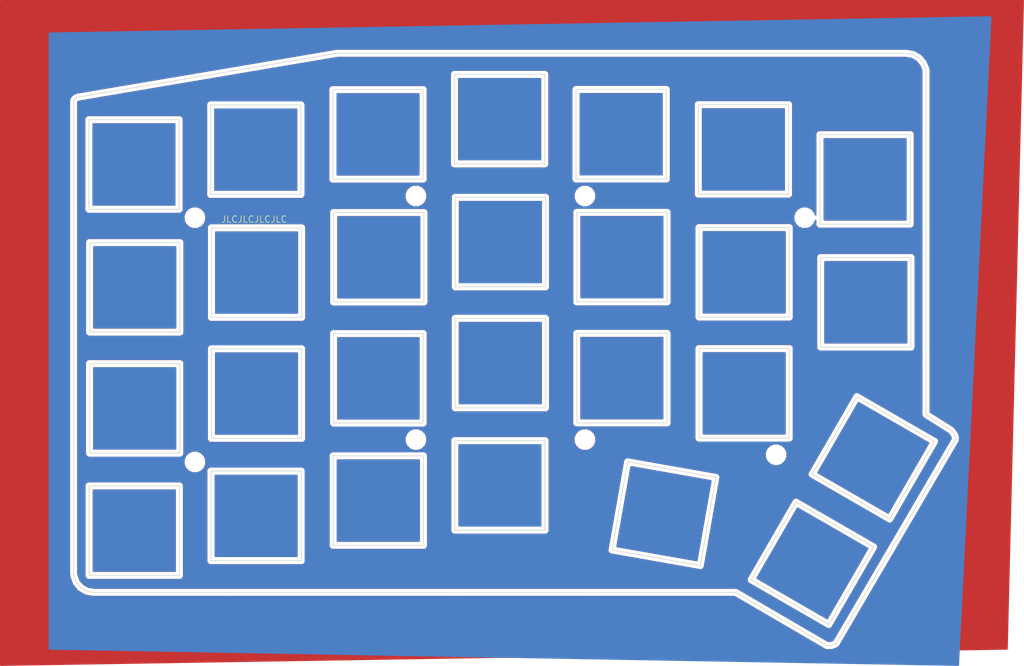
<source format=kicad_pcb>
(kicad_pcb (version 20171130) (host pcbnew "(5.0.0)")

  (general
    (thickness 1.6)
    (drawings 275)
    (tracks 0)
    (zones 0)
    (modules 8)
    (nets 1)
  )

  (page A4)
  (layers
    (0 F.Cu signal)
    (31 B.Cu signal)
    (32 B.Adhes user hide)
    (33 F.Adhes user hide)
    (34 B.Paste user hide)
    (35 F.Paste user hide)
    (36 B.SilkS user hide)
    (37 F.SilkS user hide)
    (38 B.Mask user hide)
    (39 F.Mask user hide)
    (40 Dwgs.User user hide)
    (41 Cmts.User user hide)
    (42 Eco1.User user hide)
    (43 Eco2.User user hide)
    (44 Edge.Cuts user)
    (45 Margin user hide)
    (46 B.CrtYd user hide)
    (47 F.CrtYd user hide)
    (48 B.Fab user hide)
    (49 F.Fab user hide)
  )

  (setup
    (last_trace_width 0.25)
    (trace_clearance 0.2)
    (zone_clearance 0.508)
    (zone_45_only no)
    (trace_min 0.2)
    (segment_width 0.1)
    (edge_width 0.1)
    (via_size 0.6)
    (via_drill 0.4)
    (via_min_size 0.4)
    (via_min_drill 0.3)
    (uvia_size 0.3)
    (uvia_drill 0.1)
    (uvias_allowed no)
    (uvia_min_size 0.2)
    (uvia_min_drill 0.1)
    (pcb_text_width 0.3)
    (pcb_text_size 1.5 1.5)
    (mod_edge_width 0.15)
    (mod_text_size 1 1)
    (mod_text_width 0.15)
    (pad_size 1.524 1.524)
    (pad_drill 0.762)
    (pad_to_mask_clearance 0.2)
    (aux_axis_origin 0 0)
    (visible_elements 7FFFFFFF)
    (pcbplotparams
      (layerselection 0x010f0_ffffffff)
      (usegerberextensions false)
      (usegerberattributes false)
      (usegerberadvancedattributes false)
      (creategerberjobfile false)
      (excludeedgelayer true)
      (linewidth 0.100000)
      (plotframeref false)
      (viasonmask false)
      (mode 1)
      (useauxorigin false)
      (hpglpennumber 1)
      (hpglpenspeed 20)
      (hpglpendiameter 15.000000)
      (psnegative false)
      (psa4output false)
      (plotreference true)
      (plotvalue true)
      (plotinvisibletext false)
      (padsonsilk false)
      (subtractmaskfromsilk false)
      (outputformat 1)
      (mirror false)
      (drillshape 0)
      (scaleselection 1)
      (outputdirectory "Gerber/"))
  )

  (net 0 "")

  (net_class Default "This is the default net class."
    (clearance 0.2)
    (trace_width 0.25)
    (via_dia 0.6)
    (via_drill 0.4)
    (uvia_dia 0.3)
    (uvia_drill 0.1)
  )

  (module Mounting_Holes:MountingHole_2.2mm_M2_DIN965 (layer F.Cu) (tedit 5ACF088F) (tstamp 5ACF085D)
    (at 93.96 72.15)
    (descr "Mounting Hole 2.2mm, no annular, M2, DIN965")
    (tags "mounting hole 2.2mm no annular m2 din965")
    (attr virtual)
    (fp_text reference SCREW1 (at 0.03016 -2.20856) (layer F.SilkS) hide
      (effects (font (size 1 1) (thickness 0.15)))
    )
    (fp_text value MountingHole_2.2mm_M2_DIN965 (at 0 2.9) (layer F.Fab) hide
      (effects (font (size 1 1) (thickness 0.15)))
    )
    (fp_text user %R (at 0.3 0) (layer F.Fab)
      (effects (font (size 1 1) (thickness 0.15)))
    )
    (fp_circle (center 0 0) (end 1.9 0) (layer Cmts.User) (width 0.15))
    (fp_circle (center 0 0) (end 2.15 0) (layer F.CrtYd) (width 0.05))
    (pad 1 np_thru_hole circle (at 0 0) (size 2.2 2.2) (drill 2.2) (layers *.Cu *.Mask))
  )

  (module Mounting_Holes:MountingHole_2.2mm_M2_DIN965 locked (layer F.Cu) (tedit 5ACF08C3) (tstamp 5ACF089D)
    (at 93.96 110.35)
    (descr "Mounting Hole 2.2mm, no annular, M2, DIN965")
    (tags "mounting hole 2.2mm no annular m2 din965")
    (attr virtual)
    (fp_text reference SCREW2 (at -0.00286 -2.7175) (layer F.SilkS) hide
      (effects (font (size 1 1) (thickness 0.15)))
    )
    (fp_text value MountingHole_2.2mm_M2_DIN965 (at 0 2.9) (layer F.Fab) hide
      (effects (font (size 1 1) (thickness 0.15)))
    )
    (fp_text user %R (at 0.3 0) (layer F.Fab)
      (effects (font (size 1 1) (thickness 0.15)))
    )
    (fp_circle (center 0 0) (end 1.9 0) (layer Cmts.User) (width 0.15))
    (fp_circle (center 0 0) (end 2.15 0) (layer F.CrtYd) (width 0.05))
    (pad 1 np_thru_hole circle (at 0 0) (size 2.2 2.2) (drill 2.2) (layers *.Cu *.Mask))
  )

  (module Mounting_Holes:MountingHole_2.2mm_M2_DIN965 (layer F.Cu) (tedit 5ACF0936) (tstamp 5ACF08F3)
    (at 128.5 68.75)
    (descr "Mounting Hole 2.2mm, no annular, M2, DIN965")
    (tags "mounting hole 2.2mm no annular m2 din965")
    (attr virtual)
    (fp_text reference SCREW3 (at 0.07226 -1.44762) (layer F.SilkS) hide
      (effects (font (size 1 1) (thickness 0.15)))
    )
    (fp_text value MountingHole_2.2mm_M2_DIN965 (at -0.31128 3.24122) (layer F.Fab) hide
      (effects (font (size 1 1) (thickness 0.15)))
    )
    (fp_text user %R (at 0.3 0) (layer F.Fab)
      (effects (font (size 1 1) (thickness 0.15)))
    )
    (fp_circle (center 0 0) (end 1.9 0) (layer Cmts.User) (width 0.15))
    (fp_circle (center 0 0) (end 2.15 0) (layer F.CrtYd) (width 0.05))
    (pad 1 np_thru_hole circle (at 0 0) (size 2.2 2.2) (drill 2.2) (layers *.Cu *.Mask))
  )

  (module Mounting_Holes:MountingHole_2.2mm_M2_DIN965 (layer F.Cu) (tedit 5ACF094D) (tstamp 5ACF08FB)
    (at 128.5 106.85)
    (descr "Mounting Hole 2.2mm, no annular, M2, DIN965")
    (tags "mounting hole 2.2mm no annular m2 din965")
    (attr virtual)
    (fp_text reference SCREW4 (at 0.10274 -1.39936) (layer F.SilkS) hide
      (effects (font (size 1 1) (thickness 0.15)))
    )
    (fp_text value MountingHole_2.2mm_M2_DIN965 (at -0.17666 3.40124) (layer F.Fab) hide
      (effects (font (size 1 1) (thickness 0.15)))
    )
    (fp_text user %R (at 0.3 0) (layer F.Fab)
      (effects (font (size 1 1) (thickness 0.15)))
    )
    (fp_circle (center 0 0) (end 1.9 0) (layer Cmts.User) (width 0.15))
    (fp_circle (center 0 0) (end 2.15 0) (layer F.CrtYd) (width 0.05))
    (pad 1 np_thru_hole circle (at 0 0) (size 2.2 2.2) (drill 2.2) (layers *.Cu *.Mask))
  )

  (module Mounting_Holes:MountingHole_2.2mm_M2_DIN965 (layer F.Cu) (tedit 5ACF096F) (tstamp 5ACF0900)
    (at 154.91 68.75)
    (descr "Mounting Hole 2.2mm, no annular, M2, DIN965")
    (tags "mounting hole 2.2mm no annular m2 din965")
    (attr virtual)
    (fp_text reference SCREW5 (at 0.284 -1.3638) (layer F.SilkS) hide
      (effects (font (size 1 1) (thickness 0.15)))
    )
    (fp_text value MountingHole_2.2mm_M2_DIN965 (at -0.04366 1.23208) (layer F.Fab) hide
      (effects (font (size 1 1) (thickness 0.15)))
    )
    (fp_text user %R (at 0.3 0) (layer F.Fab)
      (effects (font (size 1 1) (thickness 0.15)))
    )
    (fp_circle (center 0 0) (end 1.9 0) (layer Cmts.User) (width 0.15))
    (fp_circle (center 0 0) (end 2.15 0) (layer F.CrtYd) (width 0.05))
    (pad 1 np_thru_hole circle (at 0 0) (size 2.2 2.2) (drill 2.2) (layers *.Cu *.Mask))
  )

  (module Mounting_Holes:MountingHole_2.2mm_M2_DIN965 (layer F.Cu) (tedit 5ACF098F) (tstamp 5ACF0907)
    (at 154.91 106.85)
    (descr "Mounting Hole 2.2mm, no annular, M2, DIN965")
    (tags "mounting hole 2.2mm no annular m2 din965")
    (attr virtual)
    (fp_text reference SCREW6 (at 0 -2.9) (layer F.SilkS) hide
      (effects (font (size 1 1) (thickness 0.15)))
    )
    (fp_text value MountingHole_2.2mm_M2_DIN965 (at 0 2.9) (layer F.Fab) hide
      (effects (font (size 1 1) (thickness 0.15)))
    )
    (fp_text user %R (at 0.3 0) (layer F.Fab)
      (effects (font (size 1 1) (thickness 0.15)))
    )
    (fp_circle (center 0 0) (end 1.9 0) (layer Cmts.User) (width 0.15))
    (fp_circle (center 0 0) (end 2.15 0) (layer F.CrtYd) (width 0.05))
    (pad 1 np_thru_hole circle (at 0 0) (size 2.2 2.2) (drill 2.2) (layers *.Cu *.Mask))
  )

  (module Mounting_Holes:MountingHole_2.2mm_M2_DIN965 (layer F.Cu) (tedit 5ACF09B3) (tstamp 5ACF090D)
    (at 189.25 72.15)
    (descr "Mounting Hole 2.2mm, no annular, M2, DIN965")
    (tags "mounting hole 2.2mm no annular m2 din965")
    (attr virtual)
    (fp_text reference SCREW7 (at 0.23654 -1.75644) (layer F.SilkS) hide
      (effects (font (size 1 1) (thickness 0.15)))
    )
    (fp_text value MountingHole_2.2mm_M2_DIN965 (at 0 2.9) (layer F.Fab) hide
      (effects (font (size 1 1) (thickness 0.15)))
    )
    (fp_text user %R (at 0.3 0) (layer F.Fab)
      (effects (font (size 1 1) (thickness 0.15)))
    )
    (fp_circle (center 0 0) (end 1.9 0) (layer Cmts.User) (width 0.15))
    (fp_circle (center 0 0) (end 2.15 0) (layer F.CrtYd) (width 0.05))
    (pad 1 np_thru_hole circle (at 0 0) (size 2.2 2.2) (drill 2.2) (layers *.Cu *.Mask))
  )

  (module Mounting_Holes:MountingHole_2.2mm_M2_DIN965 (layer F.Cu) (tedit 5ACF09D8) (tstamp 5ACF0913)
    (at 184.78 109.22)
    (descr "Mounting Hole 2.2mm, no annular, M2, DIN965")
    (tags "mounting hole 2.2mm no annular m2 din965")
    (attr virtual)
    (fp_text reference SCREW8 (at 0.12692 -1.37414) (layer F.SilkS) hide
      (effects (font (size 1 1) (thickness 0.15)))
    )
    (fp_text value MountingHole_2.2mm_M2_DIN965 (at 0 2.9) (layer F.Fab) hide
      (effects (font (size 1 1) (thickness 0.15)))
    )
    (fp_text user %R (at 0.3 0) (layer F.Fab)
      (effects (font (size 1 1) (thickness 0.15)))
    )
    (fp_circle (center 0 0) (end 1.9 0) (layer Cmts.User) (width 0.15))
    (fp_circle (center 0 0) (end 2.15 0) (layer F.CrtYd) (width 0.05))
    (pad 1 np_thru_hole circle (at 0 0) (size 2.2 2.2) (drill 2.2) (layers *.Cu *.Mask))
  )

  (gr_line (start 187.8878 116.64062) (end 180.8878 128.76462) (layer Edge.Cuts) (width 0.1))
  (gr_line (start 200.0118 123.63972) (end 187.8878 116.64062) (layer Edge.Cuts) (width 0.1))
  (gr_line (start 202.5368 119.26722) (end 209.5368 107.14182) (layer Edge.Cuts) (width 0.1))
  (gr_line (start 190.4128 112.26812) (end 202.5368 119.26722) (layer Edge.Cuts) (width 0.1))
  (gr_line (start 180.8878 128.76462) (end 193.0118 135.76505) (layer Edge.Cuts) (width 0.1))
  (gr_line (start 197.4128 100.14262) (end 190.4128 112.26812) (layer Edge.Cuts) (width 0.1))
  (gr_line (start 209.5368 107.14182) (end 197.4128 100.14262) (layer Edge.Cuts) (width 0.1))
  (gr_line (start 193.0118 135.76505) (end 200.0118 123.63972) (layer Edge.Cuts) (width 0.1))
  (gr_line (start 161.57938 110.32478) (end 159.14838 124.11209) (layer Edge.Cuts) (width 0.1))
  (gr_line (start 172.93428 126.54294) (end 175.36668 112.75568) (layer Edge.Cuts) (width 0.1))
  (gr_line (start 159.14838 124.11209) (end 172.93428 126.54294) (layer Edge.Cuts) (width 0.1))
  (gr_line (start 175.36668 112.75568) (end 161.57938 110.32478) (layer Edge.Cuts) (width 0.1))
  (gr_line (start 167.61944 66.0908) (end 167.61944 52.09266) (layer Edge.Cuts) (width 0.1) (tstamp 5B0C12A2))
  (gr_line (start 167.61944 52.09266) (end 153.52014 52.09266) (layer Edge.Cuts) (width 0.1) (tstamp 5B0C129D))
  (gr_line (start 153.52014 52.09266) (end 153.52014 66.0908) (layer Edge.Cuts) (width 0.1) (tstamp 5B0C129C))
  (gr_line (start 167.73628 85.31352) (end 167.73628 71.31538) (layer Edge.Cuts) (width 0.1) (tstamp 5B0C129A))
  (gr_line (start 153.63698 71.31538) (end 153.63698 85.31352) (layer Edge.Cuts) (width 0.1) (tstamp 5B0C1299))
  (gr_line (start 167.73628 71.31538) (end 153.63698 71.31538) (layer Edge.Cuts) (width 0.1) (tstamp 5B0C1297))
  (gr_line (start 153.52014 66.0908) (end 167.61944 66.0908) (layer Edge.Cuts) (width 0.1) (tstamp 5B0C1296))
  (gr_line (start 153.63698 85.31352) (end 167.73628 85.31352) (layer Edge.Cuts) (width 0.1) (tstamp 5B0C128F))
  (gr_line (start 153.62936 90.23838) (end 153.62936 104.23652) (layer Edge.Cuts) (width 0.1) (tstamp 5B0C128B))
  (gr_line (start 153.62936 104.23652) (end 167.72866 104.23652) (layer Edge.Cuts) (width 0.1) (tstamp 5B0C1289))
  (gr_line (start 167.72866 104.23652) (end 167.72866 90.23838) (layer Edge.Cuts) (width 0.1) (tstamp 5B0C1285))
  (gr_line (start 167.72866 90.23838) (end 153.62936 90.23838) (layer Edge.Cuts) (width 0.1) (tstamp 5B0C1284))
  (gr_line (start 205.73468 73.152) (end 205.73468 59.15386) (layer Edge.Cuts) (width 0.1) (tstamp 5B0C127C))
  (gr_line (start 191.75222 78.37658) (end 191.75222 92.37472) (layer Edge.Cuts) (width 0.1) (tstamp 5B0C127A))
  (gr_line (start 205.85152 92.37472) (end 205.85152 78.37658) (layer Edge.Cuts) (width 0.1) (tstamp 5B0C1277))
  (gr_line (start 191.63538 73.152) (end 205.73468 73.152) (layer Edge.Cuts) (width 0.1) (tstamp 5B0C1276))
  (gr_line (start 205.85152 78.37658) (end 191.75222 78.37658) (layer Edge.Cuts) (width 0.1) (tstamp 5B0C1275))
  (gr_line (start 205.73468 59.15386) (end 191.63538 59.15386) (layer Edge.Cuts) (width 0.1) (tstamp 5B0C1274))
  (gr_line (start 191.63538 59.15386) (end 191.63538 73.152) (layer Edge.Cuts) (width 0.1) (tstamp 5B0C1272))
  (gr_line (start 191.75222 92.37472) (end 205.85152 92.37472) (layer Edge.Cuts) (width 0.1) (tstamp 5B0C126B))
  (gr_line (start 186.83454 106.60888) (end 186.83454 92.61074) (layer Edge.Cuts) (width 0.1) (tstamp 5B0C1240))
  (gr_line (start 172.73524 106.60888) (end 186.83454 106.60888) (layer Edge.Cuts) (width 0.1) (tstamp 5B0C123F))
  (gr_line (start 172.73524 92.61074) (end 172.73524 106.60888) (layer Edge.Cuts) (width 0.1) (tstamp 5B0C123D))
  (gr_line (start 186.83454 92.61074) (end 172.73524 92.61074) (layer Edge.Cuts) (width 0.1) (tstamp 5B0C123C))
  (gr_line (start 172.74286 87.68588) (end 186.84216 87.68588) (layer Edge.Cuts) (width 0.1) (tstamp 5B0C1237))
  (gr_line (start 172.74286 73.68774) (end 172.74286 87.68588) (layer Edge.Cuts) (width 0.1) (tstamp 5B0C122C))
  (gr_line (start 186.84216 73.68774) (end 172.74286 73.68774) (layer Edge.Cuts) (width 0.1) (tstamp 5B0C122B))
  (gr_line (start 186.84216 87.68588) (end 186.84216 73.68774) (layer Edge.Cuts) (width 0.1) (tstamp 5B0C122A))
  (gr_line (start 172.62602 68.46316) (end 186.72532 68.46316) (layer Edge.Cuts) (width 0.1) (tstamp 5B0C1227))
  (gr_line (start 186.72532 68.46316) (end 186.72532 54.46502) (layer Edge.Cuts) (width 0.1) (tstamp 5B0C1224))
  (gr_line (start 186.72532 54.46502) (end 172.62602 54.46502) (layer Edge.Cuts) (width 0.1) (tstamp 5B0C1223))
  (gr_line (start 172.62602 54.46502) (end 172.62602 68.46316) (layer Edge.Cuts) (width 0.1) (tstamp 5B0C1222))
  (gr_line (start 115.64112 85.33638) (end 129.74042 85.33638) (layer Edge.Cuts) (width 0.1) (tstamp 5B0C1218))
  (gr_line (start 129.74042 71.33824) (end 115.64112 71.33824) (layer Edge.Cuts) (width 0.1) (tstamp 5B0C1217))
  (gr_line (start 115.64112 71.33824) (end 115.64112 85.33638) (layer Edge.Cuts) (width 0.1) (tstamp 5B0C1215))
  (gr_line (start 96.54286 87.72906) (end 110.64216 87.72906) (layer Edge.Cuts) (width 0.1) (tstamp 5B0C1211))
  (gr_line (start 110.64216 73.73092) (end 96.54286 73.73092) (layer Edge.Cuts) (width 0.1) (tstamp 5B0C1210))
  (gr_line (start 96.54286 73.73092) (end 96.54286 87.72906) (layer Edge.Cuts) (width 0.1) (tstamp 5B0C120E))
  (gr_line (start 110.64216 87.72906) (end 110.64216 73.73092) (layer Edge.Cuts) (width 0.1) (tstamp 5B0C1207))
  (gr_line (start 91.60252 90.03792) (end 91.60252 76.03978) (layer Edge.Cuts) (width 0.1) (tstamp 5B0C1201))
  (gr_line (start 91.60252 76.03978) (end 77.50297 76.03978) (layer Edge.Cuts) (width 0.1) (tstamp 5B0C1200))
  (gr_line (start 77.50297 90.03792) (end 91.60252 90.03792) (layer Edge.Cuts) (width 0.1) (tstamp 5B0C11FF))
  (gr_line (start 77.50297 76.03978) (end 77.50297 90.03792) (layer Edge.Cuts) (width 0.1) (tstamp 5B0C11FD))
  (gr_line (start 129.74042 85.33638) (end 129.74042 71.33824) (layer Edge.Cuts) (width 0.1) (tstamp 5B0C11F9))
  (gr_line (start 134.6454 68.9608) (end 134.6454 82.95894) (layer Edge.Cuts) (width 0.1) (tstamp 5B0C11EF))
  (gr_line (start 148.7447 68.9608) (end 134.6454 68.9608) (layer Edge.Cuts) (width 0.1) (tstamp 5B0C11EE))
  (gr_line (start 134.6454 82.95894) (end 148.7447 82.95894) (layer Edge.Cuts) (width 0.1) (tstamp 5B0C11ED))
  (gr_line (start 148.7447 82.95894) (end 148.7447 68.9608) (layer Edge.Cuts) (width 0.1) (tstamp 5B0C11EC))
  (gr_line (start 96.53524 106.65206) (end 110.63454 106.65206) (layer Edge.Cuts) (width 0.1) (tstamp 5B0C11C7))
  (gr_line (start 110.63454 92.65392) (end 96.53524 92.65392) (layer Edge.Cuts) (width 0.1) (tstamp 5B0C11C5))
  (gr_line (start 96.53524 92.65392) (end 96.53524 106.65206) (layer Edge.Cuts) (width 0.1) (tstamp 5B0C11C4))
  (gr_line (start 129.6328 104.25938) (end 129.6328 90.26124) (layer Edge.Cuts) (width 0.1) (tstamp 5B0C11B9))
  (gr_line (start 115.6335 90.26124) (end 115.6335 104.25938) (layer Edge.Cuts) (width 0.1) (tstamp 5B0C11B8))
  (gr_line (start 129.6328 90.26124) (end 115.6335 90.26124) (layer Edge.Cuts) (width 0.1) (tstamp 5B0C11B7))
  (gr_line (start 115.6335 104.25938) (end 129.6328 104.25938) (layer Edge.Cuts) (width 0.1) (tstamp 5B0C11B6))
  (gr_line (start 110.63454 106.65206) (end 110.63454 92.65392) (layer Edge.Cuts) (width 0.1) (tstamp 5B0C11B5))
  (gr_line (start 77.49535 108.96092) (end 91.5949 108.96092) (layer Edge.Cuts) (width 0.1) (tstamp 5B0C11AE))
  (gr_line (start 91.5949 94.96278) (end 77.49535 94.96278) (layer Edge.Cuts) (width 0.1) (tstamp 5B0C11AD))
  (gr_line (start 91.5949 108.96092) (end 91.5949 94.96278) (layer Edge.Cuts) (width 0.1) (tstamp 5B0C11AB))
  (gr_line (start 77.49535 94.96278) (end 77.49535 108.96092) (layer Edge.Cuts) (width 0.1) (tstamp 5B0C11A9))
  (gr_line (start 134.63778 87.8838) (end 134.63778 101.88194) (layer Edge.Cuts) (width 0.1) (tstamp 5B0C11A0))
  (gr_line (start 148.73708 101.88194) (end 148.73708 87.8838) (layer Edge.Cuts) (width 0.1) (tstamp 5B0C119F))
  (gr_line (start 148.73708 87.8838) (end 134.63778 87.8838) (layer Edge.Cuts) (width 0.1) (tstamp 5B0C119E))
  (gr_line (start 134.63778 101.88194) (end 148.73708 101.88194) (layer Edge.Cuts) (width 0.1) (tstamp 5B0C119B))
  (gr_line (start 115.52428 52.11552) (end 115.52428 66.11366) (layer Edge.Cuts) (width 0.1) (tstamp 5B0C1165))
  (gr_line (start 129.62358 52.11552) (end 115.52428 52.11552) (layer Edge.Cuts) (width 0.1) (tstamp 5B0C1162))
  (gr_line (start 134.52856 49.73808) (end 134.52856 63.73622) (layer Edge.Cuts) (width 0.1) (tstamp 5B0C1160))
  (gr_line (start 134.52856 63.73622) (end 148.62786 63.73622) (layer Edge.Cuts) (width 0.1) (tstamp 5B0C115F))
  (gr_line (start 148.62786 49.73808) (end 134.52856 49.73808) (layer Edge.Cuts) (width 0.1) (tstamp 5B0C115D))
  (gr_line (start 115.52428 66.11366) (end 129.62358 66.11366) (layer Edge.Cuts) (width 0.1) (tstamp 5B0C115B))
  (gr_line (start 129.62358 66.11366) (end 129.62358 52.11552) (layer Edge.Cuts) (width 0.1) (tstamp 5B0C1154))
  (gr_line (start 148.62786 63.73622) (end 148.62786 49.73808) (layer Edge.Cuts) (width 0.1) (tstamp 5B0C1150))
  (gr_line (start 96.42602 54.5082) (end 96.42602 68.50634) (layer Edge.Cuts) (width 0.1) (tstamp 5B0C114C))
  (gr_line (start 77.38613 56.81706) (end 77.38613 70.8152) (layer Edge.Cuts) (width 0.1) (tstamp 5B0C1145))
  (gr_line (start 91.48568 56.81706) (end 77.38613 56.81706) (layer Edge.Cuts) (width 0.1) (tstamp 5B0C1143))
  (gr_line (start 91.48568 70.8152) (end 91.48568 56.81706) (layer Edge.Cuts) (width 0.1) (tstamp 5B0C1142))
  (gr_line (start 77.38613 70.8152) (end 91.48568 70.8152) (layer Edge.Cuts) (width 0.1) (tstamp 5B0C1141))
  (gr_line (start 110.52532 68.50634) (end 110.52532 54.5082) (layer Edge.Cuts) (width 0.1) (tstamp 5B0C113C))
  (gr_line (start 110.52532 54.5082) (end 96.42602 54.5082) (layer Edge.Cuts) (width 0.1) (tstamp 5B0C113A))
  (gr_line (start 96.42602 68.50634) (end 110.52532 68.50634) (layer Edge.Cuts) (width 0.1) (tstamp 5B0C1137))
  (gr_line (start 148.67104 121.00814) (end 148.67104 107.01) (layer Edge.Cuts) (width 0.1) (tstamp 5B0C0E53))
  (gr_line (start 148.67104 107.01) (end 134.57174 107.01) (layer Edge.Cuts) (width 0.1) (tstamp 5B0C0E51))
  (gr_line (start 134.57174 121.00814) (end 148.67104 121.00814) (layer Edge.Cuts) (width 0.1) (tstamp 5B0C0E50))
  (gr_line (start 134.57174 107.01) (end 134.57174 121.00814) (layer Edge.Cuts) (width 0.1) (tstamp 5B0C0E4A))
  (gr_line (start 96.4692 125.77826) (end 110.5685 125.77826) (layer Edge.Cuts) (width 0.1) (tstamp 5B0C0DF7))
  (gr_line (start 110.5685 125.77826) (end 110.5685 111.78012) (layer Edge.Cuts) (width 0.1) (tstamp 5B0C0DF6))
  (gr_line (start 110.5685 111.78012) (end 96.4692 111.78012) (layer Edge.Cuts) (width 0.1) (tstamp 5B0C0DF4))
  (gr_line (start 96.4692 111.78012) (end 96.4692 125.77826) (layer Edge.Cuts) (width 0.1) (tstamp 5B0C0DEF))
  (gr_line (start 77.42931 114.08898) (end 77.42931 128.08712) (layer Edge.Cuts) (width 0.1))
  (gr_line (start 91.52886 128.08712) (end 91.52886 114.08898) (layer Edge.Cuts) (width 0.1))
  (gr_line (start 77.42931 128.08712) (end 91.52886 128.08712) (layer Edge.Cuts) (width 0.1))
  (gr_line (start 91.52886 114.08898) (end 77.42931 114.08898) (layer Edge.Cuts) (width 0.1))
  (gr_line (start 129.66676 123.38558) (end 129.66676 109.38744) (layer Edge.Cuts) (width 0.1))
  (gr_line (start 129.66676 109.38744) (end 115.56746 109.38744) (layer Edge.Cuts) (width 0.1))
  (gr_line (start 115.56746 109.38744) (end 115.56746 123.38558) (layer Edge.Cuts) (width 0.1))
  (gr_line (start 115.56746 123.38558) (end 129.66676 123.38558) (layer Edge.Cuts) (width 0.1))
  (gr_text JLCJLCJLCJLC (at 103.23 72.39) (layer F.SilkS)
    (effects (font (size 1 1) (thickness 0.1)))
  )
  (gr_line (start 212.8 106.59) (end 212.76 106.92) (layer Edge.Cuts) (width 0.1))
  (gr_line (start 212.69 106.15) (end 212.8 106.59) (layer Edge.Cuts) (width 0.1))
  (gr_line (start 212.43 105.75) (end 212.69 106.15) (layer Edge.Cuts) (width 0.1))
  (gr_line (start 212.09 105.3592) (end 212.43 105.75) (layer Edge.Cuts) (width 0.1))
  (gr_line (start 208.21 48.98) (end 207.79 47.98) (layer Edge.Cuts) (width 0.1))
  (gr_line (start 75.29 53.49) (end 75.63 53.3) (layer Edge.Cuts) (width 0.1))
  (gr_line (start 208.221 102.916) (end 208.215 102.906) (layer Edge.Cuts) (width 0.1))
  (gr_line (start 205.098 46.43) (end 132.08 46.43) (layer Edge.Cuts) (width 0.1))
  (gr_line (start 208.222 102.917) (end 208.221 102.916) (layer Edge.Cuts) (width 0.1))
  (gr_line (start 208.205 102.87) (end 208.205 95.25) (layer Edge.Cuts) (width 0.1))
  (gr_line (start 193.427 139.053) (end 194.051 138.806) (layer Edge.Cuts) (width 0.1))
  (gr_line (start 178.448 130.736) (end 178.454 130.738) (layer Edge.Cuts) (width 0.1))
  (gr_line (start 132.08 46.43) (end 116.211 46.43) (layer Edge.Cuts) (width 0.1))
  (gr_line (start 134.62 130.735) (end 156.21 130.735) (layer Edge.Cuts) (width 0.1))
  (gr_line (start 208.21 102.896) (end 208.209 102.894) (layer Edge.Cuts) (width 0.1))
  (gr_line (start 178.461 130.74) (end 178.466 130.743) (layer Edge.Cuts) (width 0.1))
  (gr_line (start 194.051 138.806) (end 194.175 138.696) (layer Edge.Cuts) (width 0.1))
  (gr_line (start 178.435 130.735) (end 178.442 130.736) (layer Edge.Cuts) (width 0.1))
  (gr_line (start 76.1131 130.009) (end 77.0451 130.547) (layer Edge.Cuts) (width 0.1))
  (gr_line (start 194.175 138.696) (end 212.759 106.924) (layer Edge.Cuts) (width 0.1))
  (gr_line (start 208.205 95.25) (end 208.205 48.9809) (layer Edge.Cuts) (width 0.1))
  (gr_line (start 208.209 102.893) (end 208.207 102.882) (layer Edge.Cuts) (width 0.1))
  (gr_line (start 192.757 139.071) (end 193.427 139.053) (layer Edge.Cuts) (width 0.1))
  (gr_line (start 178.442 130.736) (end 178.448 130.736) (layer Edge.Cuts) (width 0.1))
  (gr_line (start 178.454 130.738) (end 178.461 130.74) (layer Edge.Cuts) (width 0.1))
  (gr_line (start 208.215 102.906) (end 208.21 102.896) (layer Edge.Cuts) (width 0.1))
  (gr_line (start 99.06 130.735) (end 134.62 130.735) (layer Edge.Cuts) (width 0.1))
  (gr_line (start 178.466 130.743) (end 178.473 130.745) (layer Edge.Cuts) (width 0.1))
  (gr_line (start 116.211 46.43) (end 75.627 53.2981) (layer Edge.Cuts) (width 0.1))
  (gr_line (start 208.24 102.934) (end 208.232 102.926) (layer Edge.Cuts) (width 0.1))
  (gr_line (start 212.09 105.3592) (end 208.24 102.934) (layer Edge.Cuts) (width 0.1))
  (gr_line (start 206.165 46.618) (end 205.098 46.43) (layer Edge.Cuts) (width 0.1))
  (gr_line (start 208.207 102.882) (end 208.205 102.87) (layer Edge.Cuts) (width 0.1))
  (gr_line (start 78.1116 130.735) (end 99.06 130.735) (layer Edge.Cuts) (width 0.1))
  (gr_line (start 207.097 47.1561) (end 206.165 46.618) (layer Edge.Cuts) (width 0.1))
  (gr_line (start 192.731 139.062) (end 192.757 139.071) (layer Edge.Cuts) (width 0.1))
  (gr_line (start 156.21 130.735) (end 178.435 130.735) (layer Edge.Cuts) (width 0.1))
  (gr_line (start 207.789 47.9809) (end 207.097 47.1561) (layer Edge.Cuts) (width 0.1))
  (gr_line (start 208.223 102.918) (end 208.222 102.917) (layer Edge.Cuts) (width 0.1))
  (gr_line (start 77.0451 130.547) (end 78.1116 130.735) (layer Edge.Cuts) (width 0.1))
  (gr_line (start 208.209 102.894) (end 208.209 102.893) (layer Edge.Cuts) (width 0.1))
  (gr_line (start 208.232 102.926) (end 208.223 102.918) (layer Edge.Cuts) (width 0.1))
  (gr_line (start 178.473 130.745) (end 192.731 139.062) (layer Edge.Cuts) (width 0.1))
  (gr_line (start 75.4213 129.184) (end 76.1131 130.009) (layer Edge.Cuts) (width 0.1))
  (gr_line (start 75.005 127.632) (end 75.0521 128.17) (layer Edge.Cuts) (width 0.1))
  (gr_line (start 75.2856 53.491) (end 75.1369 53.6158) (layer Edge.Cuts) (width 0.1))
  (gr_line (start 75.0399 53.7839) (end 75.005 53.9816) (layer Edge.Cuts) (width 0.1))
  (gr_line (start 75.0521 128.17) (end 75.4213 129.184) (layer Edge.Cuts) (width 0.1))
  (gr_line (start 75.005 53.9816) (end 75.005 127.632) (layer Edge.Cuts) (width 0.1))
  (gr_line (start 75.1369 53.6158) (end 75.0399 53.7839) (layer Edge.Cuts) (width 0.1))
  (gr_line (start 197.449 100.068) (end 209.548 107.053) (layer Dwgs.User) (width 0.1))
  (gr_line (start 195.605 101.608) (end 196.255 101.984) (layer Dwgs.User) (width 0.1))
  (gr_line (start 193.893 106.075) (end 193.243 105.7) (layer Dwgs.User) (width 0.1))
  (gr_line (start 192.631 108.261) (end 193.893 106.075) (layer Dwgs.User) (width 0.1))
  (gr_line (start 196.255 101.984) (end 197.345 100.096) (layer Dwgs.User) (width 0.1))
  (gr_line (start 193.215 105.596) (end 195.501 101.636) (layer Dwgs.User) (width 0.1))
  (gr_line (start 181.945 126.747) (end 181.305 126.377) (layer Dwgs.User) (width 0.1))
  (gr_line (start 180.795 128.739) (end 181.945 126.747) (layer Dwgs.User) (width 0.1))
  (gr_line (start 185.578 120.397) (end 192.563 108.299) (layer Dwgs.User) (width 0.1))
  (gr_line (start 181.277 126.273) (end 183.563 122.313) (layer Dwgs.User) (width 0.1))
  (gr_line (start 183.667 122.286) (end 184.307 122.655) (layer Dwgs.User) (width 0.1))
  (gr_line (start 184.307 122.655) (end 185.573 120.463) (layer Dwgs.User) (width 0.1))
  (gr_line (start 209.576 107.157) (end 202.591 119.255) (layer Dwgs.User) (width 0.1))
  (gr_line (start 192.921 135.828) (end 180.823 128.843) (layer Dwgs.User) (width 0.1))
  (gr_line (start 202.523 119.293) (end 200.015 123.637) (layer Dwgs.User) (width 0.1))
  (gr_line (start 200.01 123.702) (end 193.025 135.8) (layer Dwgs.User) (width 0.1))
  (gr_line (start 186.806 73.689) (end 186.806 87.659) (layer Dwgs.User) (width 0.1))
  (gr_line (start 172.684 87.659) (end 172.684 73.689) (layer Dwgs.User) (width 0.1))
  (gr_line (start 186.73 87.7352) (end 172.76 87.7352) (layer Dwgs.User) (width 0.1))
  (gr_line (start 110.598 73.7485) (end 110.598 87.7185) (layer Dwgs.User) (width 0.1))
  (gr_line (start 110.522 87.7947) (end 96.5516 87.7947) (layer Dwgs.User) (width 0.1))
  (gr_line (start 96.5516 73.6723) (end 110.522 73.6723) (layer Dwgs.User) (width 0.1))
  (gr_line (start 96.4754 87.7185) (end 96.4754 73.7485) (layer Dwgs.User) (width 0.1))
  (gr_line (start 77.4399 75.9943) (end 91.4099 75.9943) (layer Dwgs.User) (width 0.1))
  (gr_line (start 77.3637 90.0405) (end 77.3637 76.0705) (layer Dwgs.User) (width 0.1))
  (gr_line (start 91.4099 90.1167) (end 77.4399 90.1167) (layer Dwgs.User) (width 0.1))
  (gr_line (start 191.677 92.3625) (end 191.677 78.3925) (layer Dwgs.User) (width 0.1))
  (gr_line (start 191.753 78.3163) (end 205.723 78.3163) (layer Dwgs.User) (width 0.1))
  (gr_line (start 91.4861 76.0705) (end 91.4861 90.0405) (layer Dwgs.User) (width 0.1))
  (gr_line (start 205.723 92.4387) (end 191.753 92.4387) (layer Dwgs.User) (width 0.1))
  (gr_line (start 205.799 78.3925) (end 205.799 92.3625) (layer Dwgs.User) (width 0.1))
  (gr_line (start 134.656 87.9019) (end 148.626 87.9019) (layer Dwgs.User) (width 0.1))
  (gr_line (start 148.626 102.024) (end 134.656 102.024) (layer Dwgs.User) (width 0.1))
  (gr_line (start 148.702 87.9781) (end 148.702 101.948) (layer Dwgs.User) (width 0.1))
  (gr_line (start 134.58 101.948) (end 134.58 87.9781) (layer Dwgs.User) (width 0.1))
  (gr_line (start 115.408 104.27) (end 115.408 90.3001) (layer Dwgs.User) (width 0.1))
  (gr_line (start 115.485 90.2239) (end 129.455 90.2239) (layer Dwgs.User) (width 0.1))
  (gr_line (start 129.455 104.346) (end 115.485 104.346) (layer Dwgs.User) (width 0.1))
  (gr_line (start 129.531 90.3001) (end 129.531 104.27) (layer Dwgs.User) (width 0.1))
  (gr_line (start 186.671 68.6235) (end 172.701 68.6235) (layer Dwgs.User) (width 0.1))
  (gr_line (start 172.624 68.5473) (end 172.624 54.5773) (layer Dwgs.User) (width 0.1))
  (gr_line (start 172.701 54.5011) (end 186.671 54.5011) (layer Dwgs.User) (width 0.1))
  (gr_line (start 96.5516 54.5606) (end 110.522 54.5606) (layer Dwgs.User) (width 0.1))
  (gr_line (start 110.522 68.683) (end 96.5516 68.683) (layer Dwgs.User) (width 0.1))
  (gr_line (start 96.4754 68.6068) (end 96.4754 54.6368) (layer Dwgs.User) (width 0.1))
  (gr_line (start 186.747 54.5773) (end 186.747 68.5473) (layer Dwgs.User) (width 0.1))
  (gr_line (start 110.598 54.6368) (end 110.598 68.6068) (layer Dwgs.User) (width 0.1))
  (gr_line (start 77.4593 56.8826) (end 91.4293 56.8826) (layer Dwgs.User) (width 0.1))
  (gr_line (start 77.3831 70.9288) (end 77.3831 56.9588) (layer Dwgs.User) (width 0.1))
  (gr_line (start 91.4293 71.005) (end 77.4593 71.005) (layer Dwgs.User) (width 0.1))
  (gr_line (start 191.793 59.2316) (end 205.763 59.2316) (layer Dwgs.User) (width 0.1))
  (gr_line (start 91.5055 56.9588) (end 91.5055 70.9288) (layer Dwgs.User) (width 0.1))
  (gr_line (start 205.839 59.3078) (end 205.839 73.2778) (layer Dwgs.User) (width 0.1))
  (gr_line (start 191.717 73.2778) (end 191.717 59.3078) (layer Dwgs.User) (width 0.1))
  (gr_line (start 205.763 73.354) (end 191.793 73.354) (layer Dwgs.User) (width 0.1))
  (gr_line (start 148.607 82.9126) (end 134.637 82.9126) (layer Dwgs.User) (width 0.1))
  (gr_line (start 134.56 82.8364) (end 134.56 68.8664) (layer Dwgs.User) (width 0.1))
  (gr_line (start 134.637 68.7902) (end 148.607 68.7902) (layer Dwgs.User) (width 0.1))
  (gr_line (start 167.619 85.3537) (end 153.649 85.3537) (layer Dwgs.User) (width 0.1))
  (gr_line (start 148.683 68.8664) (end 148.683 82.8364) (layer Dwgs.User) (width 0.1))
  (gr_line (start 153.649 71.2313) (end 167.619 71.2313) (layer Dwgs.User) (width 0.1))
  (gr_line (start 153.572 85.2775) (end 153.572 71.3075) (layer Dwgs.User) (width 0.1))
  (gr_line (start 115.544 71.2313) (end 129.514 71.2313) (layer Dwgs.User) (width 0.1))
  (gr_line (start 115.468 85.2775) (end 115.468 71.3075) (layer Dwgs.User) (width 0.1))
  (gr_line (start 167.695 71.3075) (end 167.695 85.2775) (layer Dwgs.User) (width 0.1))
  (gr_line (start 129.514 85.3537) (end 115.544 85.3537) (layer Dwgs.User) (width 0.1))
  (gr_line (start 129.59 71.3075) (end 129.59 85.2775) (layer Dwgs.User) (width 0.1))
  (gr_line (start 172.76 73.6128) (end 186.73 73.6128) (layer Dwgs.User) (width 0.1))
  (gr_line (start 77.3637 128.085) (end 77.3637 114.115) (layer Dwgs.User) (width 0.1))
  (gr_line (start 91.4099 128.161) (end 77.4399 128.161) (layer Dwgs.User) (width 0.1))
  (gr_line (start 77.4399 114.039) (end 91.4099 114.039) (layer Dwgs.User) (width 0.1))
  (gr_line (start 161.59 110.254) (end 175.347 112.68) (layer Dwgs.User) (width 0.1))
  (gr_line (start 91.4861 114.115) (end 91.4861 128.085) (layer Dwgs.User) (width 0.1))
  (gr_line (start 110.538 111.793) (end 110.538 125.763) (layer Dwgs.User) (width 0.1))
  (gr_line (start 110.462 125.84) (end 96.492 125.84) (layer Dwgs.User) (width 0.1))
  (gr_line (start 96.4158 125.763) (end 96.4158 111.793) (layer Dwgs.User) (width 0.1))
  (gr_line (start 175.409 112.768) (end 172.983 126.526) (layer Dwgs.User) (width 0.1))
  (gr_line (start 159.075 124.074) (end 161.501 110.316) (layer Dwgs.User) (width 0.1))
  (gr_line (start 172.895 126.588) (end 159.137 124.162) (layer Dwgs.User) (width 0.1))
  (gr_line (start 115.584 109.336) (end 129.554 109.336) (layer Dwgs.User) (width 0.1))
  (gr_line (start 148.643 107.03) (end 148.643 121) (layer Dwgs.User) (width 0.1))
  (gr_line (start 115.508 123.382) (end 115.508 109.412) (layer Dwgs.User) (width 0.1))
  (gr_line (start 129.554 123.458) (end 115.584 123.458) (layer Dwgs.User) (width 0.1))
  (gr_line (start 96.492 111.717) (end 110.462 111.717) (layer Dwgs.User) (width 0.1))
  (gr_line (start 129.631 109.412) (end 129.631 123.382) (layer Dwgs.User) (width 0.1))
  (gr_line (start 153.649 90.2239) (end 167.619 90.2239) (layer Dwgs.User) (width 0.1))
  (gr_line (start 167.619 104.346) (end 153.649 104.346) (layer Dwgs.User) (width 0.1))
  (gr_line (start 153.572 104.27) (end 153.572 90.3001) (layer Dwgs.User) (width 0.1))
  (gr_line (start 172.624 106.652) (end 172.624 92.6816) (layer Dwgs.User) (width 0.1))
  (gr_line (start 167.695 90.3001) (end 167.695 104.27) (layer Dwgs.User) (width 0.1))
  (gr_line (start 172.701 92.6054) (end 186.671 92.6054) (layer Dwgs.User) (width 0.1))
  (gr_line (start 186.747 92.6816) (end 186.747 106.652) (layer Dwgs.User) (width 0.1))
  (gr_line (start 186.671 106.728) (end 172.701 106.728) (layer Dwgs.User) (width 0.1))
  (gr_line (start 96.5516 92.6054) (end 110.522 92.6054) (layer Dwgs.User) (width 0.1))
  (gr_line (start 96.4754 106.652) (end 96.4754 92.6816) (layer Dwgs.User) (width 0.1))
  (gr_line (start 110.522 106.728) (end 96.5516 106.728) (layer Dwgs.User) (width 0.1))
  (gr_line (start 110.598 92.6816) (end 110.598 106.652) (layer Dwgs.User) (width 0.1))
  (gr_line (start 77.3637 109.093) (end 77.3637 95.1227) (layer Dwgs.User) (width 0.1))
  (gr_line (start 91.4099 109.169) (end 77.4399 109.169) (layer Dwgs.User) (width 0.1))
  (gr_line (start 91.4861 95.1227) (end 91.4861 109.093) (layer Dwgs.User) (width 0.1))
  (gr_line (start 77.4399 95.0465) (end 91.4099 95.0465) (layer Dwgs.User) (width 0.1))
  (gr_line (start 134.52 121) (end 134.52 107.03) (layer Dwgs.User) (width 0.1))
  (gr_line (start 148.566 121.076) (end 134.596 121.076) (layer Dwgs.User) (width 0.1))
  (gr_line (start 134.596 106.954) (end 148.566 106.954) (layer Dwgs.User) (width 0.1))
  (gr_line (start 134.599 63.7843) (end 134.599 49.8143) (layer Dwgs.User) (width 0.1))
  (gr_line (start 134.675 49.7381) (end 148.645 49.7381) (layer Dwgs.User) (width 0.1))
  (gr_line (start 148.645 63.8605) (end 134.675 63.8605) (layer Dwgs.User) (width 0.1))
  (gr_line (start 148.721 49.8143) (end 148.721 63.7843) (layer Dwgs.User) (width 0.1))
  (gr_line (start 115.468 66.1062) (end 115.468 52.1362) (layer Dwgs.User) (width 0.1))
  (gr_line (start 115.544 52.06) (end 129.514 52.06) (layer Dwgs.User) (width 0.1))
  (gr_line (start 129.514 66.1824) (end 115.544 66.1824) (layer Dwgs.User) (width 0.1))
  (gr_line (start 129.59 52.1362) (end 129.59 66.1062) (layer Dwgs.User) (width 0.1))
  (gr_line (start 153.649 52.1196) (end 167.619 52.1196) (layer Dwgs.User) (width 0.1))
  (gr_line (start 153.572 66.1658) (end 153.572 52.1958) (layer Dwgs.User) (width 0.1))
  (gr_line (start 167.695 52.1958) (end 167.695 66.1658) (layer Dwgs.User) (width 0.1))
  (gr_line (start 167.619 66.242) (end 153.649 66.242) (layer Dwgs.User) (width 0.1))

  (zone (net 0) (net_name "") (layer F.Cu) (tstamp 5CA0D934) (hatch edge 0.508)
    (connect_pads (clearance 0.508))
    (min_thickness 0.254)
    (fill yes (arc_segments 16) (thermal_gap 0.508) (thermal_bridge_width 0.508))
    (polygon
      (pts
        (xy 223.52 38.1) (xy 63.5 38.1) (xy 63.5 142.24) (xy 220.98 139.7)
      )
    )
    (filled_polygon
      (pts
        (xy 220.856086 139.574983) (xy 63.627 142.110936) (xy 63.627 127.624536) (xy 74.316727 127.624536) (xy 74.320001 127.661933)
        (xy 74.320001 127.699462) (xy 74.325869 127.728964) (xy 74.359849 128.117103) (xy 74.354343 128.139618) (xy 74.371666 128.252082)
        (xy 74.375594 128.296945) (xy 74.381918 128.318639) (xy 74.385358 128.340968) (xy 74.400764 128.383279) (xy 74.432614 128.492529)
        (xy 74.447123 128.510605) (xy 74.74933 129.34061) (xy 74.755138 129.393802) (xy 74.795514 129.467455) (xy 74.800719 129.481749)
        (xy 74.827894 129.52652) (xy 74.85307 129.572445) (xy 74.862845 129.584102) (xy 74.906427 129.655904) (xy 74.949581 129.687538)
        (xy 75.535241 130.385963) (xy 75.559039 130.434211) (xy 75.621973 130.489395) (xy 75.631563 130.500831) (xy 75.672623 130.533807)
        (xy 75.712217 130.568525) (xy 75.725142 130.575986) (xy 75.790404 130.628399) (xy 75.842047 130.64347) (xy 76.631114 131.098962)
        (xy 76.669869 131.136058) (xy 76.748013 131.166442) (xy 76.761069 131.173979) (xy 76.810814 131.190861) (xy 76.859746 131.209887)
        (xy 76.874584 131.212503) (xy 76.953988 131.23945) (xy 77.007525 131.235937) (xy 77.985336 131.408304) (xy 78.044138 131.42)
        (xy 78.051689 131.42) (xy 78.05912 131.42131) (xy 78.119025 131.42) (xy 178.270672 131.42) (xy 192.386349 139.65398)
        (xy 192.443179 139.687247) (xy 192.44367 139.687417) (xy 192.444126 139.687683) (xy 192.4588 139.692737) (xy 192.507153 139.7232)
        (xy 192.586042 139.7367) (xy 192.596681 139.740383) (xy 192.597425 139.740485) (xy 192.636745 139.754029) (xy 192.674007 139.751754)
        (xy 192.707959 139.757564) (xy 192.71921 139.757262) (xy 192.798499 139.768184) (xy 192.85412 139.753637) (xy 193.363184 139.739961)
        (xy 193.415973 139.751331) (xy 193.498113 139.736336) (xy 193.512834 139.735941) (xy 193.564398 139.724236) (xy 193.616386 139.714746)
        (xy 193.630071 139.709329) (xy 193.711505 139.690844) (xy 193.755585 139.659646) (xy 194.226214 139.473356) (xy 194.27926 139.466065)
        (xy 194.351728 139.423674) (xy 194.365839 139.418088) (xy 194.409877 139.389658) (xy 194.455109 139.363199) (xy 194.466459 139.35313)
        (xy 194.536997 139.307593) (xy 194.563985 139.268552) (xy 194.597029 139.252488) (xy 194.660236 139.181232) (xy 194.680042 139.163662)
        (xy 194.704909 139.13087) (xy 194.732219 139.100082) (xy 194.745587 139.077227) (xy 194.80314 139.001332) (xy 194.813808 138.960595)
        (xy 213.3242 107.314439) (xy 213.368405 107.262975) (xy 213.402083 107.160308) (xy 213.450916 107.019078) (xy 213.446647 106.947768)
        (xy 213.470775 106.748714) (xy 213.490812 106.692795) (xy 213.487014 106.614748) (xy 213.48814 106.605456) (xy 213.483738 106.547434)
        (xy 213.480909 106.489311) (xy 213.478639 106.48023) (xy 213.472727 106.402314) (xy 213.44591 106.349314) (xy 213.376068 106.069947)
        (xy 213.37667 106.022436) (xy 213.343312 105.938926) (xy 213.338185 105.918416) (xy 213.318339 105.876405) (xy 213.301099 105.833245)
        (xy 213.289575 105.815515) (xy 213.251166 105.73421) (xy 213.215975 105.702286) (xy 213.014921 105.392972) (xy 212.991071 105.351283)
        (xy 212.978227 105.33652) (xy 212.967567 105.32012) (xy 212.93405 105.285743) (xy 212.673908 104.986733) (xy 212.660059 104.955689)
        (xy 212.585121 104.88468) (xy 212.56251 104.858691) (xy 212.536272 104.838392) (xy 212.512179 104.815563) (xy 212.483017 104.797193)
        (xy 212.401375 104.734033) (xy 212.368579 104.725106) (xy 208.89 102.533874) (xy 208.89 49.071555) (xy 208.90841 48.976557)
        (xy 208.867681 48.776944) (xy 208.858503 48.755091) (xy 208.850255 48.713627) (xy 208.825574 48.676689) (xy 208.458614 47.802977)
        (xy 208.455106 47.770923) (xy 208.412626 47.69348) (xy 208.395434 47.652547) (xy 208.367414 47.611056) (xy 208.357128 47.592305)
        (xy 208.344938 47.577776) (xy 208.281416 47.483716) (xy 208.246852 47.460867) (xy 207.67484 46.779082) (xy 207.651096 46.730933)
        (xy 207.588069 46.67566) (xy 207.578407 46.664143) (xy 207.537449 46.631266) (xy 207.497928 46.596607) (xy 207.484898 46.589084)
        (xy 207.419533 46.536616) (xy 207.368001 46.521592) (xy 206.578983 46.066045) (xy 206.540184 46.028912) (xy 206.462086 45.998553)
        (xy 206.449081 45.991044) (xy 206.399293 45.974143) (xy 206.350301 45.955098) (xy 206.335516 45.952493) (xy 206.256167 45.925557)
        (xy 206.202574 45.929069) (xy 205.224252 45.756694) (xy 205.165462 45.745) (xy 205.157882 45.745) (xy 205.150424 45.743686)
        (xy 205.090551 45.745) (xy 116.220779 45.745) (xy 116.163217 45.743347) (xy 116.153449 45.745) (xy 116.143538 45.745)
        (xy 116.087027 45.756241) (xy 75.589893 52.60964) (xy 75.548545 52.606348) (xy 75.482021 52.627896) (xy 75.446186 52.63396)
        (xy 75.255808 52.706488) (xy 75.209308 52.750392) (xy 75.076029 52.824872) (xy 75.075514 52.824928) (xy 74.896912 52.922936)
        (xy 74.759763 53.038042) (xy 74.7116 53.061807) (xy 74.656364 53.124822) (xy 74.644863 53.134474) (xy 74.611966 53.175472)
        (xy 74.57731 53.215008) (xy 74.569804 53.228016) (xy 74.517363 53.29337) (xy 74.502341 53.344929) (xy 74.487944 53.369878)
        (xy 74.450934 53.408524) (xy 74.420478 53.486795) (xy 74.412875 53.499971) (xy 74.396049 53.549578) (xy 74.377058 53.598384)
        (xy 74.374414 53.613361) (xy 74.347435 53.692901) (xy 74.350947 53.746296) (xy 74.331713 53.855253) (xy 74.32 53.914139)
        (xy 74.32 53.921606) (xy 74.318703 53.928953) (xy 74.32 53.988937) (xy 74.320001 127.594625) (xy 74.316727 127.624536)
        (xy 63.627 127.624536) (xy 63.627 38.227) (xy 223.389786 38.227)
      )
    )
    (filled_polygon
      (pts
        (xy 205.927138 47.271641) (xy 206.649878 47.688923) (xy 207.200351 48.345037) (xy 207.520001 49.106108) (xy 207.52 95.317461)
        (xy 207.520001 95.317466) (xy 207.52 102.859355) (xy 207.51903 102.890432) (xy 207.512339 102.94351) (xy 207.525098 102.990101)
        (xy 207.524188 103.008796) (xy 207.541942 103.058344) (xy 207.542411 103.061157) (xy 207.54421 103.065914) (xy 207.547118 103.08191)
        (xy 207.548812 103.086198) (xy 207.563745 103.161272) (xy 207.574602 103.17752) (xy 207.575746 103.183273) (xy 207.589728 103.204199)
        (xy 207.594554 103.222703) (xy 207.611666 103.245315) (xy 207.621965 103.271388) (xy 207.656251 103.306824) (xy 207.66994 103.33751)
        (xy 207.701459 103.367376) (xy 207.715143 103.387856) (xy 207.729129 103.397201) (xy 207.757395 103.433622) (xy 207.774612 103.443437)
        (xy 207.80521 103.477165) (xy 207.852653 103.499578) (xy 207.867125 103.508693) (xy 207.972727 103.579254) (xy 207.982099 103.581118)
        (xy 211.639479 105.884983) (xy 211.881772 106.163478) (xy 212.053236 106.42727) (xy 212.10474 106.633286) (xy 212.096708 106.699554)
        (xy 193.656711 138.225361) (xy 193.287516 138.371501) (xy 192.923522 138.381279) (xy 178.919492 130.212426) (xy 178.907254 130.197998)
        (xy 178.815468 130.150836) (xy 178.797839 130.135029) (xy 178.770051 130.125254) (xy 178.759873 130.119317) (xy 178.756078 130.11801)
        (xy 178.715273 130.090745) (xy 178.635474 130.074872) (xy 178.563796 130.049188) (xy 178.517644 130.051434) (xy 178.515462 130.051)
        (xy 178.507489 130.051) (xy 178.502462 130.05) (xy 178.483674 130.05) (xy 178.465089 130.047345) (xy 178.462932 130.047463)
        (xy 178.398491 130.039339) (xy 178.379398 130.044568) (xy 178.374276 130.044147) (xy 178.356051 130.05) (xy 78.171509 130.05)
        (xy 77.282958 129.893368) (xy 76.560285 129.476203) (xy 76.023692 128.836294) (xy 75.726623 128.020401) (xy 75.69 127.602078)
        (xy 75.69 114.08898) (xy 76.730891 114.08898) (xy 76.74431 114.156442) (xy 76.744311 128.019653) (xy 76.730891 128.08712)
        (xy 76.784055 128.354393) (xy 76.935453 128.580977) (xy 77.162037 128.732375) (xy 77.361848 128.77212) (xy 77.361849 128.77212)
        (xy 77.42931 128.785539) (xy 77.496772 128.77212) (xy 91.461398 128.77212) (xy 91.52886 128.785539) (xy 91.596321 128.77212)
        (xy 91.596322 128.77212) (xy 91.796133 128.732375) (xy 91.884322 128.673449) (xy 180.195358 128.673449) (xy 180.201824 128.77212)
        (xy 180.213172 128.945357) (xy 180.213176 128.945366) (xy 180.213177 128.945375) (xy 180.275633 129.072028) (xy 180.333691 129.189768)
        (xy 180.333697 129.189774) (xy 180.333702 129.189783) (xy 180.452504 129.293972) (xy 180.486855 129.3241) (xy 180.48686 129.324103)
        (xy 180.538583 129.369464) (xy 180.60371 129.391573) (xy 192.61088 136.324545) (xy 192.662612 136.36991) (xy 192.7814 136.410228)
        (xy 192.92061 136.45749) (xy 192.920639 136.457488) (xy 192.920662 136.457496) (xy 193.047718 136.449164) (xy 193.192537 136.439678)
        (xy 193.192562 136.439666) (xy 193.192587 136.439664) (xy 193.311253 136.381139) (xy 193.436948 136.319159) (xy 193.436965 136.319139)
        (xy 193.43699 136.319127) (xy 193.530532 136.212456) (xy 193.616634 136.114283) (xy 193.638754 136.049128) (xy 200.571314 124.040618)
        (xy 200.616663 123.988903) (xy 200.638768 123.923775) (xy 200.704246 123.730859) (xy 200.704246 123.730856) (xy 200.704247 123.730852)
        (xy 200.691729 123.539978) (xy 200.686415 123.458933) (xy 200.686413 123.458929) (xy 200.686413 123.458926) (xy 200.627793 123.34007)
        (xy 200.565878 123.21453) (xy 200.565875 123.214528) (xy 200.565874 123.214525) (xy 200.412699 123.080206) (xy 200.360988 123.03486)
        (xy 200.295854 123.012752) (xy 188.288717 116.081117) (xy 188.237017 116.035776) (xy 188.171864 116.013659) (xy 188.171849 116.01365)
        (xy 188.112734 115.993586) (xy 187.978971 115.948178) (xy 187.978951 115.948179) (xy 187.978932 115.948173) (xy 187.843148 115.957078)
        (xy 187.707044 115.965997) (xy 187.707026 115.966006) (xy 187.707007 115.966007) (xy 187.59153 116.02296) (xy 187.462636 116.086522)
        (xy 187.462622 116.086538) (xy 187.462606 116.086546) (xy 187.382015 116.178451) (xy 187.328308 116.23969) (xy 187.328297 116.23971)
        (xy 187.282937 116.291437) (xy 187.260838 116.356548) (xy 180.328313 128.363682) (xy 180.282966 128.415387) (xy 180.260851 128.480528)
        (xy 180.260846 128.480536) (xy 180.240155 128.541488) (xy 180.19536 128.673431) (xy 180.195361 128.673441) (xy 180.195358 128.673449)
        (xy 91.884322 128.673449) (xy 92.022717 128.580977) (xy 92.174115 128.354393) (xy 92.227279 128.08712) (xy 92.21386 128.019658)
        (xy 92.21386 114.156442) (xy 92.227279 114.08898) (xy 92.174115 113.821707) (xy 92.022717 113.595123) (xy 91.796133 113.443725)
        (xy 91.596322 113.40398) (xy 91.52886 113.390561) (xy 91.461399 113.40398) (xy 77.496771 113.40398) (xy 77.42931 113.390561)
        (xy 77.361848 113.40398) (xy 77.162037 113.443725) (xy 76.935453 113.595123) (xy 76.784055 113.821707) (xy 76.730891 114.08898)
        (xy 75.69 114.08898) (xy 75.69 110.061593) (xy 92.214677 110.061593) (xy 92.225 110.378284) (xy 92.225 110.695113)
        (xy 92.23621 110.722176) (xy 92.237164 110.751453) (xy 92.457901 111.284359) (xy 92.471293 111.289716) (xy 92.489138 111.332799)
        (xy 92.977201 111.820862) (xy 93.020284 111.838707) (xy 93.025641 111.852099) (xy 93.322171 111.963753) (xy 93.614887 112.085)
        (xy 93.644177 112.085) (xy 93.671593 112.095323) (xy 93.988284 112.085) (xy 94.305113 112.085) (xy 94.332176 112.07379)
        (xy 94.361453 112.072836) (xy 94.894359 111.852099) (xy 94.899716 111.838707) (xy 94.942799 111.820862) (xy 94.983541 111.78012)
        (xy 95.770781 111.78012) (xy 95.7842 111.847582) (xy 95.784201 125.710793) (xy 95.770781 125.77826) (xy 95.823945 126.045533)
        (xy 95.975343 126.272117) (xy 96.201927 126.423515) (xy 96.401738 126.46326) (xy 96.401739 126.46326) (xy 96.4692 126.476679)
        (xy 96.536662 126.46326) (xy 110.501038 126.46326) (xy 110.5685 126.476679) (xy 110.635961 126.46326) (xy 110.635962 126.46326)
        (xy 110.835773 126.423515) (xy 111.062357 126.272117) (xy 111.213755 126.045533) (xy 111.231982 125.953899) (xy 111.2535 125.845722)
        (xy 111.2535 125.845721) (xy 111.266919 125.77826) (xy 111.2535 125.710798) (xy 111.2535 111.847582) (xy 111.266919 111.78012)
        (xy 111.213755 111.512847) (xy 111.062357 111.286263) (xy 110.835773 111.134865) (xy 110.635962 111.09512) (xy 110.5685 111.081701)
        (xy 110.501039 111.09512) (xy 96.536661 111.09512) (xy 96.4692 111.081701) (xy 96.401738 111.09512) (xy 96.201927 111.134865)
        (xy 95.975343 111.286263) (xy 95.823945 111.512847) (xy 95.770781 111.78012) (xy 94.983541 111.78012) (xy 95.430862 111.332799)
        (xy 95.448707 111.289716) (xy 95.462099 111.284359) (xy 95.573753 110.987829) (xy 95.695 110.695113) (xy 95.695 110.665823)
        (xy 95.705323 110.638407) (xy 95.695 110.321716) (xy 95.695 110.004887) (xy 95.68379 109.977824) (xy 95.682836 109.948547)
        (xy 95.462099 109.415641) (xy 95.448707 109.410284) (xy 95.439246 109.38744) (xy 114.869041 109.38744) (xy 114.88246 109.454902)
        (xy 114.882461 123.318113) (xy 114.869041 123.38558) (xy 114.922205 123.652853) (xy 115.073603 123.879437) (xy 115.300187 124.030835)
        (xy 115.499998 124.07058) (xy 115.499999 124.07058) (xy 115.56746 124.083999) (xy 115.634922 124.07058) (xy 129.599298 124.07058)
        (xy 129.66676 124.083999) (xy 129.734221 124.07058) (xy 129.734222 124.07058) (xy 129.934033 124.030835) (xy 129.993934 123.99081)
        (xy 158.460572 123.99081) (xy 158.462073 124.059579) (xy 158.462072 124.059582) (xy 158.462605 124.083999) (xy 158.466517 124.263254)
        (xy 158.466518 124.263256) (xy 158.466518 124.263258) (xy 158.481573 124.297472) (xy 158.576268 124.512685) (xy 158.57627 124.512687)
        (xy 158.576271 124.512689) (xy 158.651365 124.584575) (xy 158.77312 124.70113) (xy 158.773123 124.701131) (xy 158.773124 124.701132)
        (xy 158.854783 124.732887) (xy 158.962993 124.774968) (xy 158.962996 124.774968) (xy 159.027105 124.799899) (xy 159.09587 124.798398)
        (xy 172.748859 127.205812) (xy 172.812937 127.230737) (xy 172.881739 127.229242) (xy 172.881767 127.229247) (xy 172.94451 127.227878)
        (xy 173.085381 127.224817) (xy 173.085411 127.224804) (xy 173.085444 127.224803) (xy 173.208313 127.17074) (xy 173.334823 127.115089)
        (xy 173.334846 127.115065) (xy 173.334875 127.115052) (xy 173.426106 127.019751) (xy 173.523285 126.918255) (xy 173.523297 126.918224)
        (xy 173.52332 126.9182) (xy 173.572738 126.791124) (xy 173.597141 126.728388) (xy 173.597147 126.728356) (xy 173.622088 126.66422)
        (xy 173.620588 126.595486) (xy 176.029547 112.94109) (xy 176.054489 112.87695) (xy 176.051493 112.739729) (xy 176.048557 112.60458)
        (xy 176.048542 112.604546) (xy 176.048541 112.604506) (xy 175.99226 112.476601) (xy 175.938829 112.355138) (xy 175.938802 112.355112)
        (xy 175.938786 112.355076) (xy 175.836662 112.257316) (xy 175.752767 112.176988) (xy 189.720353 112.176988) (xy 189.738187 112.448913)
        (xy 189.798022 112.570233) (xy 189.858725 112.693313) (xy 190.063616 112.872982) (xy 190.12875 112.895089) (xy 202.135903 119.826735)
        (xy 202.187614 119.872081) (xy 202.252746 119.894188) (xy 202.25275 119.89419) (xy 202.341902 119.924449) (xy 202.445664 119.959667)
        (xy 202.445667 119.959667) (xy 202.502921 119.955912) (xy 202.717589 119.941834) (xy 202.717591 119.941833) (xy 202.717593 119.941833)
        (xy 202.876815 119.863305) (xy 202.961991 119.821296) (xy 202.961992 119.821295) (xy 202.961994 119.821294) (xy 203.141663 119.616403)
        (xy 203.163769 119.551271) (xy 210.096312 107.542722) (xy 210.141661 107.491007) (xy 210.229247 107.232956) (xy 210.211414 106.96103)
        (xy 210.090877 106.716628) (xy 209.937703 106.582308) (xy 209.937696 106.582304) (xy 209.885986 106.536959) (xy 209.82086 106.514855)
        (xy 197.8137 99.583108) (xy 197.761984 99.537758) (xy 197.681183 99.510333) (xy 197.503936 99.450173) (xy 197.503933 99.450173)
        (xy 197.450434 99.453682) (xy 197.232011 99.468006) (xy 197.232009 99.468007) (xy 197.232008 99.468007) (xy 197.114799 99.525814)
        (xy 196.987609 99.588543) (xy 196.987608 99.588544) (xy 196.987606 99.588545) (xy 196.884411 99.706226) (xy 196.807939 99.793433)
        (xy 196.785832 99.858567) (xy 189.853286 111.867222) (xy 189.807937 111.918937) (xy 189.785831 111.984068) (xy 189.78583 111.98407)
        (xy 189.723867 112.166634) (xy 189.720353 112.176988) (xy 175.752767 112.176988) (xy 175.741995 112.166675) (xy 175.741961 112.166662)
        (xy 175.741932 112.166634) (xy 175.607542 112.114375) (xy 175.488023 112.067884) (xy 175.419224 112.069379) (xy 161.764762 109.661901)
        (xy 161.700655 109.636971) (xy 161.428211 109.642917) (xy 161.17878 109.752671) (xy 160.990337 109.949523) (xy 160.9165 110.139397)
        (xy 160.916498 110.139407) (xy 160.891571 110.20351) (xy 160.893072 110.272267) (xy 158.485501 123.926706) (xy 158.460572 123.99081)
        (xy 129.993934 123.99081) (xy 130.160617 123.879437) (xy 130.312015 123.652853) (xy 130.365179 123.38558) (xy 130.35176 123.318118)
        (xy 130.35176 109.454902) (xy 130.365179 109.38744) (xy 130.312015 109.120167) (xy 130.160617 108.893583) (xy 129.934033 108.742185)
        (xy 129.734222 108.70244) (xy 129.66676 108.689021) (xy 129.599299 108.70244) (xy 115.634921 108.70244) (xy 115.56746 108.689021)
        (xy 115.499998 108.70244) (xy 115.300187 108.742185) (xy 115.073603 108.893583) (xy 114.922205 109.120167) (xy 114.869041 109.38744)
        (xy 95.439246 109.38744) (xy 95.430862 109.367201) (xy 94.942799 108.879138) (xy 94.899716 108.861293) (xy 94.894359 108.847901)
        (xy 94.597829 108.736247) (xy 94.305113 108.615) (xy 94.275823 108.615) (xy 94.248407 108.604677) (xy 93.931716 108.615)
        (xy 93.614887 108.615) (xy 93.587824 108.62621) (xy 93.558547 108.627164) (xy 93.025641 108.847901) (xy 93.020284 108.861293)
        (xy 92.977201 108.879138) (xy 92.489138 109.367201) (xy 92.471293 109.410284) (xy 92.457901 109.415641) (xy 92.346247 109.712171)
        (xy 92.225 110.004887) (xy 92.225 110.034177) (xy 92.214677 110.061593) (xy 75.69 110.061593) (xy 75.69 94.96278)
        (xy 76.796931 94.96278) (xy 76.81035 95.030242) (xy 76.810351 108.893453) (xy 76.796931 108.96092) (xy 76.850095 109.228193)
        (xy 77.001493 109.454777) (xy 77.228077 109.606175) (xy 77.427888 109.64592) (xy 77.427889 109.64592) (xy 77.49535 109.659339)
        (xy 77.562812 109.64592) (xy 91.527438 109.64592) (xy 91.5949 109.659339) (xy 91.662361 109.64592) (xy 91.662362 109.64592)
        (xy 91.862173 109.606175) (xy 92.088757 109.454777) (xy 92.240155 109.228193) (xy 92.293319 108.96092) (xy 92.2799 108.893458)
        (xy 92.2799 95.030242) (xy 92.293319 94.96278) (xy 92.240155 94.695507) (xy 92.088757 94.468923) (xy 91.862173 94.317525)
        (xy 91.662362 94.27778) (xy 91.5949 94.264361) (xy 91.527439 94.27778) (xy 77.562811 94.27778) (xy 77.49535 94.264361)
        (xy 77.427888 94.27778) (xy 77.228077 94.317525) (xy 77.001493 94.468923) (xy 76.850095 94.695507) (xy 76.796931 94.96278)
        (xy 75.69 94.96278) (xy 75.69 92.65392) (xy 95.836821 92.65392) (xy 95.85024 92.721382) (xy 95.850241 106.584593)
        (xy 95.836821 106.65206) (xy 95.889985 106.919333) (xy 96.041383 107.145917) (xy 96.267967 107.297315) (xy 96.467778 107.33706)
        (xy 96.467779 107.33706) (xy 96.53524 107.350479) (xy 96.602702 107.33706) (xy 110.567078 107.33706) (xy 110.63454 107.350479)
        (xy 110.702001 107.33706) (xy 110.702002 107.33706) (xy 110.901813 107.297315) (xy 111.128397 107.145917) (xy 111.279795 106.919333)
        (xy 111.332959 106.65206) (xy 111.31954 106.584598) (xy 111.31954 106.561593) (xy 126.754677 106.561593) (xy 126.765 106.878284)
        (xy 126.765 107.195113) (xy 126.77621 107.222176) (xy 126.777164 107.251453) (xy 126.997901 107.784359) (xy 127.011293 107.789716)
        (xy 127.029138 107.832799) (xy 127.517201 108.320862) (xy 127.560284 108.338707) (xy 127.565641 108.352099) (xy 127.862171 108.463753)
        (xy 128.154887 108.585) (xy 128.184177 108.585) (xy 128.211593 108.595323) (xy 128.528284 108.585) (xy 128.845113 108.585)
        (xy 128.872176 108.57379) (xy 128.901453 108.572836) (xy 129.434359 108.352099) (xy 129.439716 108.338707) (xy 129.482799 108.320862)
        (xy 129.970862 107.832799) (xy 129.988707 107.789716) (xy 130.002099 107.784359) (xy 130.113753 107.487829) (xy 130.235 107.195113)
        (xy 130.235 107.165823) (xy 130.245323 107.138407) (xy 130.241138 107.01) (xy 133.873321 107.01) (xy 133.88674 107.077462)
        (xy 133.886741 120.940673) (xy 133.873321 121.00814) (xy 133.926485 121.275413) (xy 134.077883 121.501997) (xy 134.304467 121.653395)
        (xy 134.504278 121.69314) (xy 134.504279 121.69314) (xy 134.57174 121.706559) (xy 134.639202 121.69314) (xy 148.603578 121.69314)
        (xy 148.67104 121.706559) (xy 148.738501 121.69314) (xy 148.738502 121.69314) (xy 148.938313 121.653395) (xy 149.164897 121.501997)
        (xy 149.316295 121.275413) (xy 149.369459 121.00814) (xy 149.35604 120.940678) (xy 149.35604 108.931593) (xy 183.034677 108.931593)
        (xy 183.045 109.248284) (xy 183.045 109.565113) (xy 183.05621 109.592176) (xy 183.057164 109.621453) (xy 183.277901 110.154359)
        (xy 183.291293 110.159716) (xy 183.309138 110.202799) (xy 183.797201 110.690862) (xy 183.840284 110.708707) (xy 183.845641 110.722099)
        (xy 184.142171 110.833753) (xy 184.434887 110.955) (xy 184.464177 110.955) (xy 184.491593 110.965323) (xy 184.808284 110.955)
        (xy 185.125113 110.955) (xy 185.152176 110.94379) (xy 185.181453 110.942836) (xy 185.714359 110.722099) (xy 185.719716 110.708707)
        (xy 185.762799 110.690862) (xy 186.250862 110.202799) (xy 186.268707 110.159716) (xy 186.282099 110.154359) (xy 186.393753 109.857829)
        (xy 186.515 109.565113) (xy 186.515 109.535823) (xy 186.525323 109.508407) (xy 186.515 109.191716) (xy 186.515 108.874887)
        (xy 186.50379 108.847824) (xy 186.502836 108.818547) (xy 186.282099 108.285641) (xy 186.268707 108.280284) (xy 186.250862 108.237201)
        (xy 185.762799 107.749138) (xy 185.719716 107.731293) (xy 185.714359 107.717901) (xy 185.417829 107.606247) (xy 185.125113 107.485)
        (xy 185.095823 107.485) (xy 185.068407 107.474677) (xy 184.751716 107.485) (xy 184.434887 107.485) (xy 184.407824 107.49621)
        (xy 184.378547 107.497164) (xy 183.845641 107.717901) (xy 183.840284 107.731293) (xy 183.797201 107.749138) (xy 183.309138 108.237201)
        (xy 183.291293 108.280284) (xy 183.277901 108.285641) (xy 183.166247 108.582171) (xy 183.045 108.874887) (xy 183.045 108.904177)
        (xy 183.034677 108.931593) (xy 149.35604 108.931593) (xy 149.35604 107.077462) (xy 149.369459 107.01) (xy 149.316295 106.742727)
        (xy 149.195266 106.561593) (xy 153.164677 106.561593) (xy 153.175 106.878284) (xy 153.175 107.195113) (xy 153.18621 107.222176)
        (xy 153.187164 107.251453) (xy 153.407901 107.784359) (xy 153.421293 107.789716) (xy 153.439138 107.832799) (xy 153.927201 108.320862)
        (xy 153.970284 108.338707) (xy 153.975641 108.352099) (xy 154.272171 108.463753) (xy 154.564887 108.585) (xy 154.594177 108.585)
        (xy 154.621593 108.595323) (xy 154.938284 108.585) (xy 155.255113 108.585) (xy 155.282176 108.57379) (xy 155.311453 108.572836)
        (xy 155.844359 108.352099) (xy 155.849716 108.338707) (xy 155.892799 108.320862) (xy 156.380862 107.832799) (xy 156.398707 107.789716)
        (xy 156.412099 107.784359) (xy 156.523753 107.487829) (xy 156.645 107.195113) (xy 156.645 107.165823) (xy 156.655323 107.138407)
        (xy 156.645 106.821716) (xy 156.645 106.504887) (xy 156.63379 106.477824) (xy 156.632836 106.448547) (xy 156.412099 105.915641)
        (xy 156.398707 105.910284) (xy 156.380862 105.867201) (xy 155.892799 105.379138) (xy 155.849716 105.361293) (xy 155.844359 105.347901)
        (xy 155.547829 105.236247) (xy 155.255113 105.115) (xy 155.225823 105.115) (xy 155.198407 105.104677) (xy 154.881716 105.115)
        (xy 154.564887 105.115) (xy 154.537824 105.12621) (xy 154.508547 105.127164) (xy 153.975641 105.347901) (xy 153.970284 105.361293)
        (xy 153.927201 105.379138) (xy 153.439138 105.867201) (xy 153.421293 105.910284) (xy 153.407901 105.915641) (xy 153.296247 106.212171)
        (xy 153.175 106.504887) (xy 153.175 106.534177) (xy 153.164677 106.561593) (xy 149.195266 106.561593) (xy 149.164897 106.516143)
        (xy 148.938313 106.364745) (xy 148.738502 106.325) (xy 148.67104 106.311581) (xy 148.603579 106.325) (xy 134.639201 106.325)
        (xy 134.57174 106.311581) (xy 134.504278 106.325) (xy 134.304467 106.364745) (xy 134.077883 106.516143) (xy 133.926485 106.742727)
        (xy 133.873321 107.01) (xy 130.241138 107.01) (xy 130.235 106.821716) (xy 130.235 106.504887) (xy 130.22379 106.477824)
        (xy 130.222836 106.448547) (xy 130.002099 105.915641) (xy 129.988707 105.910284) (xy 129.970862 105.867201) (xy 129.482799 105.379138)
        (xy 129.439716 105.361293) (xy 129.434359 105.347901) (xy 129.137829 105.236247) (xy 128.845113 105.115) (xy 128.815823 105.115)
        (xy 128.788407 105.104677) (xy 128.471716 105.115) (xy 128.154887 105.115) (xy 128.127824 105.12621) (xy 128.098547 105.127164)
        (xy 127.565641 105.347901) (xy 127.560284 105.361293) (xy 127.517201 105.379138) (xy 127.029138 105.867201) (xy 127.011293 105.910284)
        (xy 126.997901 105.915641) (xy 126.886247 106.212171) (xy 126.765 106.504887) (xy 126.765 106.534177) (xy 126.754677 106.561593)
        (xy 111.31954 106.561593) (xy 111.31954 92.721382) (xy 111.332959 92.65392) (xy 111.279795 92.386647) (xy 111.128397 92.160063)
        (xy 110.901813 92.008665) (xy 110.702002 91.96892) (xy 110.63454 91.955501) (xy 110.567079 91.96892) (xy 96.602701 91.96892)
        (xy 96.53524 91.955501) (xy 96.467778 91.96892) (xy 96.267967 92.008665) (xy 96.041383 92.160063) (xy 95.889985 92.386647)
        (xy 95.836821 92.65392) (xy 75.69 92.65392) (xy 75.69 76.03978) (xy 76.804551 76.03978) (xy 76.81797 76.107242)
        (xy 76.817971 89.970453) (xy 76.804551 90.03792) (xy 76.857715 90.305193) (xy 77.009113 90.531777) (xy 77.235697 90.683175)
        (xy 77.435508 90.72292) (xy 77.435509 90.72292) (xy 77.50297 90.736339) (xy 77.570432 90.72292) (xy 91.535058 90.72292)
        (xy 91.60252 90.736339) (xy 91.669981 90.72292) (xy 91.669982 90.72292) (xy 91.869793 90.683175) (xy 92.096377 90.531777)
        (xy 92.247775 90.305193) (xy 92.256517 90.26124) (xy 114.935081 90.26124) (xy 114.9485 90.328702) (xy 114.948501 104.191913)
        (xy 114.935081 104.25938) (xy 114.988245 104.526653) (xy 115.139643 104.753237) (xy 115.366227 104.904635) (xy 115.566038 104.94438)
        (xy 115.566039 104.94438) (xy 115.6335 104.957799) (xy 115.700962 104.94438) (xy 129.565338 104.94438) (xy 129.6328 104.957799)
        (xy 129.700261 104.94438) (xy 129.700262 104.94438) (xy 129.900073 104.904635) (xy 130.126657 104.753237) (xy 130.278055 104.526653)
        (xy 130.331219 104.25938) (xy 130.3178 104.191918) (xy 130.3178 90.328702) (xy 130.331219 90.26124) (xy 130.278055 89.993967)
        (xy 130.126657 89.767383) (xy 129.900073 89.615985) (xy 129.700262 89.57624) (xy 129.6328 89.562821) (xy 129.565339 89.57624)
        (xy 115.700961 89.57624) (xy 115.6335 89.562821) (xy 115.566038 89.57624) (xy 115.366227 89.615985) (xy 115.139643 89.767383)
        (xy 114.988245 89.993967) (xy 114.935081 90.26124) (xy 92.256517 90.26124) (xy 92.300939 90.03792) (xy 92.28752 89.970458)
        (xy 92.28752 76.107242) (xy 92.300939 76.03978) (xy 92.247775 75.772507) (xy 92.096377 75.545923) (xy 91.869793 75.394525)
        (xy 91.669982 75.35478) (xy 91.60252 75.341361) (xy 91.535059 75.35478) (xy 77.570431 75.35478) (xy 77.50297 75.341361)
        (xy 77.435508 75.35478) (xy 77.235697 75.394525) (xy 77.009113 75.545923) (xy 76.857715 75.772507) (xy 76.804551 76.03978)
        (xy 75.69 76.03978) (xy 75.69 71.861593) (xy 92.214677 71.861593) (xy 92.225 72.178284) (xy 92.225 72.495113)
        (xy 92.23621 72.522176) (xy 92.237164 72.551453) (xy 92.457901 73.084359) (xy 92.471293 73.089716) (xy 92.489138 73.132799)
        (xy 92.977201 73.620862) (xy 93.020284 73.638707) (xy 93.025641 73.652099) (xy 93.322171 73.763753) (xy 93.614887 73.885)
        (xy 93.644177 73.885) (xy 93.671593 73.895323) (xy 93.988284 73.885) (xy 94.305113 73.885) (xy 94.332176 73.87379)
        (xy 94.361453 73.872836) (xy 94.704068 73.73092) (xy 95.844441 73.73092) (xy 95.85786 73.798382) (xy 95.857861 87.661593)
        (xy 95.844441 87.72906) (xy 95.897605 87.996333) (xy 96.049003 88.222917) (xy 96.275587 88.374315) (xy 96.475398 88.41406)
        (xy 96.475399 88.41406) (xy 96.54286 88.427479) (xy 96.610322 88.41406) (xy 110.574698 88.41406) (xy 110.64216 88.427479)
        (xy 110.709621 88.41406) (xy 110.709622 88.41406) (xy 110.909433 88.374315) (xy 111.136017 88.222917) (xy 111.287415 87.996333)
        (xy 111.309799 87.8838) (xy 133.939361 87.8838) (xy 133.95278 87.951262) (xy 133.952781 101.814473) (xy 133.939361 101.88194)
        (xy 133.992525 102.149213) (xy 134.143923 102.375797) (xy 134.370507 102.527195) (xy 134.570318 102.56694) (xy 134.570319 102.56694)
        (xy 134.63778 102.580359) (xy 134.705242 102.56694) (xy 148.669618 102.56694) (xy 148.73708 102.580359) (xy 148.804541 102.56694)
        (xy 148.804542 102.56694) (xy 149.004353 102.527195) (xy 149.230937 102.375797) (xy 149.382335 102.149213) (xy 149.435499 101.88194)
        (xy 149.42208 101.814478) (xy 149.42208 90.23838) (xy 152.930941 90.23838) (xy 152.94436 90.305842) (xy 152.944361 104.169053)
        (xy 152.930941 104.23652) (xy 152.984105 104.503793) (xy 153.135503 104.730377) (xy 153.362087 104.881775) (xy 153.561898 104.92152)
        (xy 153.561899 104.92152) (xy 153.62936 104.934939) (xy 153.696822 104.92152) (xy 167.661198 104.92152) (xy 167.72866 104.934939)
        (xy 167.796121 104.92152) (xy 167.796122 104.92152) (xy 167.995933 104.881775) (xy 168.222517 104.730377) (xy 168.373915 104.503793)
        (xy 168.427079 104.23652) (xy 168.41366 104.169058) (xy 168.41366 92.61074) (xy 172.036821 92.61074) (xy 172.05024 92.678202)
        (xy 172.050241 106.541413) (xy 172.036821 106.60888) (xy 172.089985 106.876153) (xy 172.241383 107.102737) (xy 172.467967 107.254135)
        (xy 172.667778 107.29388) (xy 172.667779 107.29388) (xy 172.73524 107.307299) (xy 172.802702 107.29388) (xy 186.767078 107.29388)
        (xy 186.83454 107.307299) (xy 186.902001 107.29388) (xy 186.902002 107.29388) (xy 187.101813 107.254135) (xy 187.328397 107.102737)
        (xy 187.479795 106.876153) (xy 187.532959 106.60888) (xy 187.51954 106.541418) (xy 187.51954 92.678202) (xy 187.532959 92.61074)
        (xy 187.479795 92.343467) (xy 187.328397 92.116883) (xy 187.101813 91.965485) (xy 186.902002 91.92574) (xy 186.83454 91.912321)
        (xy 186.767079 91.92574) (xy 172.802701 91.92574) (xy 172.73524 91.912321) (xy 172.667778 91.92574) (xy 172.467967 91.965485)
        (xy 172.241383 92.116883) (xy 172.089985 92.343467) (xy 172.036821 92.61074) (xy 168.41366 92.61074) (xy 168.41366 90.305842)
        (xy 168.427079 90.23838) (xy 168.373915 89.971107) (xy 168.222517 89.744523) (xy 167.995933 89.593125) (xy 167.796122 89.55338)
        (xy 167.72866 89.539961) (xy 167.661199 89.55338) (xy 153.696821 89.55338) (xy 153.62936 89.539961) (xy 153.561898 89.55338)
        (xy 153.362087 89.593125) (xy 153.135503 89.744523) (xy 152.984105 89.971107) (xy 152.930941 90.23838) (xy 149.42208 90.23838)
        (xy 149.42208 87.951262) (xy 149.435499 87.8838) (xy 149.382335 87.616527) (xy 149.230937 87.389943) (xy 149.004353 87.238545)
        (xy 148.804542 87.1988) (xy 148.73708 87.185381) (xy 148.669619 87.1988) (xy 134.705241 87.1988) (xy 134.63778 87.185381)
        (xy 134.570318 87.1988) (xy 134.370507 87.238545) (xy 134.143923 87.389943) (xy 133.992525 87.616527) (xy 133.939361 87.8838)
        (xy 111.309799 87.8838) (xy 111.340579 87.72906) (xy 111.32716 87.661598) (xy 111.32716 73.798382) (xy 111.340579 73.73092)
        (xy 111.287415 73.463647) (xy 111.136017 73.237063) (xy 110.909433 73.085665) (xy 110.709622 73.04592) (xy 110.64216 73.032501)
        (xy 110.574699 73.04592) (xy 96.610321 73.04592) (xy 96.54286 73.032501) (xy 96.475398 73.04592) (xy 96.275587 73.085665)
        (xy 96.049003 73.237063) (xy 95.897605 73.463647) (xy 95.844441 73.73092) (xy 94.704068 73.73092) (xy 94.894359 73.652099)
        (xy 94.899716 73.638707) (xy 94.942799 73.620862) (xy 95.430862 73.132799) (xy 95.448707 73.089716) (xy 95.462099 73.084359)
        (xy 95.573753 72.787829) (xy 95.695 72.495113) (xy 95.695 72.465823) (xy 95.705323 72.438407) (xy 95.695 72.121716)
        (xy 95.695 71.804887) (xy 95.68379 71.777824) (xy 95.682836 71.748547) (xy 95.512882 71.33824) (xy 114.942701 71.33824)
        (xy 114.95612 71.405702) (xy 114.956121 85.268913) (xy 114.942701 85.33638) (xy 114.995865 85.603653) (xy 115.147263 85.830237)
        (xy 115.373847 85.981635) (xy 115.573658 86.02138) (xy 115.573659 86.02138) (xy 115.64112 86.034799) (xy 115.708582 86.02138)
        (xy 129.672958 86.02138) (xy 129.74042 86.034799) (xy 129.807881 86.02138) (xy 129.807882 86.02138) (xy 130.007693 85.981635)
        (xy 130.234277 85.830237) (xy 130.385675 85.603653) (xy 130.438839 85.33638) (xy 130.42542 85.268918) (xy 130.42542 71.405702)
        (xy 130.438839 71.33824) (xy 130.414453 71.215641) (xy 130.385675 71.070967) (xy 130.234277 70.844383) (xy 130.007693 70.692985)
        (xy 129.74042 70.639821) (xy 129.672959 70.65324) (xy 115.708581 70.65324) (xy 115.64112 70.639821) (xy 115.573658 70.65324)
        (xy 115.373847 70.692985) (xy 115.147263 70.844383) (xy 114.995865 71.070967) (xy 114.942701 71.33824) (xy 95.512882 71.33824)
        (xy 95.462099 71.215641) (xy 95.448707 71.210284) (xy 95.430862 71.167201) (xy 94.942799 70.679138) (xy 94.899716 70.661293)
        (xy 94.894359 70.647901) (xy 94.597829 70.536247) (xy 94.305113 70.415) (xy 94.275823 70.415) (xy 94.248407 70.404677)
        (xy 93.931716 70.415) (xy 93.614887 70.415) (xy 93.587824 70.42621) (xy 93.558547 70.427164) (xy 93.025641 70.647901)
        (xy 93.020284 70.661293) (xy 92.977201 70.679138) (xy 92.489138 71.167201) (xy 92.471293 71.210284) (xy 92.457901 71.215641)
        (xy 92.346247 71.512171) (xy 92.225 71.804887) (xy 92.225 71.834177) (xy 92.214677 71.861593) (xy 75.69 71.861593)
        (xy 75.69 56.81706) (xy 76.687711 56.81706) (xy 76.70113 56.884522) (xy 76.701131 70.747733) (xy 76.687711 70.8152)
        (xy 76.740875 71.082473) (xy 76.892273 71.309057) (xy 77.118857 71.460455) (xy 77.318668 71.5002) (xy 77.318669 71.5002)
        (xy 77.38613 71.513619) (xy 77.453592 71.5002) (xy 91.418218 71.5002) (xy 91.48568 71.513619) (xy 91.553141 71.5002)
        (xy 91.553142 71.5002) (xy 91.752953 71.460455) (xy 91.979537 71.309057) (xy 92.130935 71.082473) (xy 92.184099 70.8152)
        (xy 92.17068 70.747738) (xy 92.17068 56.884522) (xy 92.184099 56.81706) (xy 92.130935 56.549787) (xy 91.979537 56.323203)
        (xy 91.752953 56.171805) (xy 91.553142 56.13206) (xy 91.48568 56.118641) (xy 91.418219 56.13206) (xy 77.453591 56.13206)
        (xy 77.38613 56.118641) (xy 77.318668 56.13206) (xy 77.118857 56.171805) (xy 76.892273 56.323203) (xy 76.740875 56.549787)
        (xy 76.687711 56.81706) (xy 75.69 56.81706) (xy 75.69 54.5082) (xy 95.727601 54.5082) (xy 95.74102 54.575662)
        (xy 95.741021 68.438873) (xy 95.727601 68.50634) (xy 95.780765 68.773613) (xy 95.932163 69.000197) (xy 96.158747 69.151595)
        (xy 96.358558 69.19134) (xy 96.358559 69.19134) (xy 96.42602 69.204759) (xy 96.493482 69.19134) (xy 110.457858 69.19134)
        (xy 110.52532 69.204759) (xy 110.592781 69.19134) (xy 110.592782 69.19134) (xy 110.792593 69.151595) (xy 111.019177 69.000197)
        (xy 111.170575 68.773613) (xy 111.223739 68.50634) (xy 111.214839 68.461593) (xy 126.754677 68.461593) (xy 126.765 68.778284)
        (xy 126.765 69.095113) (xy 126.77621 69.122176) (xy 126.777164 69.151453) (xy 126.997901 69.684359) (xy 127.011293 69.689716)
        (xy 127.029138 69.732799) (xy 127.517201 70.220862) (xy 127.560284 70.238707) (xy 127.565641 70.252099) (xy 127.862171 70.363753)
        (xy 128.154887 70.485) (xy 128.184177 70.485) (xy 128.211593 70.495323) (xy 128.528284 70.485) (xy 128.845113 70.485)
        (xy 128.872176 70.47379) (xy 128.901453 70.472836) (xy 129.434359 70.252099) (xy 129.439716 70.238707) (xy 129.482799 70.220862)
        (xy 129.970862 69.732799) (xy 129.988707 69.689716) (xy 130.002099 69.684359) (xy 130.113753 69.387829) (xy 130.235 69.095113)
        (xy 130.235 69.065823) (xy 130.245323 69.038407) (xy 130.242794 68.9608) (xy 133.946981 68.9608) (xy 133.9604 69.028262)
        (xy 133.960401 82.891473) (xy 133.946981 82.95894) (xy 134.000145 83.226213) (xy 134.151543 83.452797) (xy 134.378127 83.604195)
        (xy 134.577938 83.64394) (xy 134.577939 83.64394) (xy 134.6454 83.657359) (xy 134.712862 83.64394) (xy 148.677238 83.64394)
        (xy 148.7447 83.657359) (xy 148.812161 83.64394) (xy 148.812162 83.64394) (xy 149.011973 83.604195) (xy 149.238557 83.452797)
        (xy 149.389955 83.226213) (xy 149.443119 82.95894) (xy 149.4297 82.891478) (xy 149.4297 71.31538) (xy 152.938561 71.31538)
        (xy 152.95198 71.382842) (xy 152.951981 85.246053) (xy 152.938561 85.31352) (xy 152.991725 85.580793) (xy 153.143123 85.807377)
        (xy 153.369707 85.958775) (xy 153.569518 85.99852) (xy 153.569519 85.99852) (xy 153.63698 86.011939) (xy 153.704442 85.99852)
        (xy 167.668818 85.99852) (xy 167.73628 86.011939) (xy 167.803741 85.99852) (xy 167.803742 85.99852) (xy 168.003553 85.958775)
        (xy 168.230137 85.807377) (xy 168.381535 85.580793) (xy 168.434699 85.31352) (xy 168.42128 85.246058) (xy 168.42128 73.68774)
        (xy 172.044441 73.68774) (xy 172.05786 73.755202) (xy 172.057861 87.618413) (xy 172.044441 87.68588) (xy 172.097605 87.953153)
        (xy 172.249003 88.179737) (xy 172.475587 88.331135) (xy 172.675398 88.37088) (xy 172.675399 88.37088) (xy 172.74286 88.384299)
        (xy 172.810322 88.37088) (xy 186.774698 88.37088) (xy 186.84216 88.384299) (xy 186.909621 88.37088) (xy 186.909622 88.37088)
        (xy 187.109433 88.331135) (xy 187.336017 88.179737) (xy 187.487415 87.953153) (xy 187.540579 87.68588) (xy 187.52716 87.618418)
        (xy 187.52716 78.37658) (xy 191.053801 78.37658) (xy 191.06722 78.444042) (xy 191.067221 92.307253) (xy 191.053801 92.37472)
        (xy 191.106965 92.641993) (xy 191.258363 92.868577) (xy 191.484947 93.019975) (xy 191.684758 93.05972) (xy 191.684759 93.05972)
        (xy 191.75222 93.073139) (xy 191.819682 93.05972) (xy 205.784058 93.05972) (xy 205.85152 93.073139) (xy 205.918981 93.05972)
        (xy 205.918982 93.05972) (xy 206.118793 93.019975) (xy 206.345377 92.868577) (xy 206.496775 92.641993) (xy 206.549939 92.37472)
        (xy 206.53652 92.307258) (xy 206.53652 78.444042) (xy 206.549939 78.37658) (xy 206.496775 78.109307) (xy 206.345377 77.882723)
        (xy 206.118793 77.731325) (xy 205.918982 77.69158) (xy 205.85152 77.678161) (xy 205.784059 77.69158) (xy 191.819681 77.69158)
        (xy 191.75222 77.678161) (xy 191.684758 77.69158) (xy 191.484947 77.731325) (xy 191.258363 77.882723) (xy 191.106965 78.109307)
        (xy 191.053801 78.37658) (xy 187.52716 78.37658) (xy 187.52716 73.755202) (xy 187.540579 73.68774) (xy 187.487415 73.420467)
        (xy 187.336017 73.193883) (xy 187.109433 73.042485) (xy 186.909622 73.00274) (xy 186.84216 72.989321) (xy 186.774699 73.00274)
        (xy 172.810321 73.00274) (xy 172.74286 72.989321) (xy 172.675398 73.00274) (xy 172.475587 73.042485) (xy 172.249003 73.193883)
        (xy 172.097605 73.420467) (xy 172.044441 73.68774) (xy 168.42128 73.68774) (xy 168.42128 71.861593) (xy 187.504677 71.861593)
        (xy 187.515 72.178284) (xy 187.515 72.495113) (xy 187.52621 72.522176) (xy 187.527164 72.551453) (xy 187.747901 73.084359)
        (xy 187.761293 73.089716) (xy 187.779138 73.132799) (xy 188.267201 73.620862) (xy 188.310284 73.638707) (xy 188.315641 73.652099)
        (xy 188.612171 73.763753) (xy 188.904887 73.885) (xy 188.934177 73.885) (xy 188.961593 73.895323) (xy 189.278284 73.885)
        (xy 189.595113 73.885) (xy 189.622176 73.87379) (xy 189.651453 73.872836) (xy 190.184359 73.652099) (xy 190.189716 73.638707)
        (xy 190.232799 73.620862) (xy 190.720862 73.132799) (xy 190.738707 73.089716) (xy 190.752099 73.084359) (xy 190.863753 72.787829)
        (xy 190.950381 72.578691) (xy 190.950381 73.084533) (xy 190.936961 73.152) (xy 190.990125 73.419273) (xy 191.141523 73.645857)
        (xy 191.368107 73.797255) (xy 191.567918 73.837) (xy 191.567919 73.837) (xy 191.63538 73.850419) (xy 191.702842 73.837)
        (xy 205.667218 73.837) (xy 205.73468 73.850419) (xy 205.802141 73.837) (xy 205.802142 73.837) (xy 206.001953 73.797255)
        (xy 206.228537 73.645857) (xy 206.379935 73.419273) (xy 206.433099 73.152) (xy 206.41968 73.084538) (xy 206.41968 59.221322)
        (xy 206.433099 59.15386) (xy 206.379935 58.886587) (xy 206.228537 58.660003) (xy 206.001953 58.508605) (xy 205.802142 58.46886)
        (xy 205.73468 58.455441) (xy 205.667219 58.46886) (xy 191.702841 58.46886) (xy 191.63538 58.455441) (xy 191.567918 58.46886)
        (xy 191.368107 58.508605) (xy 191.141523 58.660003) (xy 190.990125 58.886587) (xy 190.936961 59.15386) (xy 190.95038 59.221322)
        (xy 190.950381 71.694336) (xy 190.752099 71.215641) (xy 190.738707 71.210284) (xy 190.720862 71.167201) (xy 190.232799 70.679138)
        (xy 190.189716 70.661293) (xy 190.184359 70.647901) (xy 189.887829 70.536247) (xy 189.595113 70.415) (xy 189.565823 70.415)
        (xy 189.538407 70.404677) (xy 189.221716 70.415) (xy 188.904887 70.415) (xy 188.877824 70.42621) (xy 188.848547 70.427164)
        (xy 188.315641 70.647901) (xy 188.310284 70.661293) (xy 188.267201 70.679138) (xy 187.779138 71.167201) (xy 187.761293 71.210284)
        (xy 187.747901 71.215641) (xy 187.636247 71.512171) (xy 187.515 71.804887) (xy 187.515 71.834177) (xy 187.504677 71.861593)
        (xy 168.42128 71.861593) (xy 168.42128 71.382842) (xy 168.434699 71.31538) (xy 168.381535 71.048107) (xy 168.230137 70.821523)
        (xy 168.003553 70.670125) (xy 167.803742 70.63038) (xy 167.73628 70.616961) (xy 167.668819 70.63038) (xy 153.704441 70.63038)
        (xy 153.63698 70.616961) (xy 153.569518 70.63038) (xy 153.369707 70.670125) (xy 153.143123 70.821523) (xy 152.991725 71.048107)
        (xy 152.938561 71.31538) (xy 149.4297 71.31538) (xy 149.4297 69.028262) (xy 149.443119 68.9608) (xy 149.389955 68.693527)
        (xy 149.238557 68.466943) (xy 149.230551 68.461593) (xy 153.164677 68.461593) (xy 153.175 68.778284) (xy 153.175 69.095113)
        (xy 153.18621 69.122176) (xy 153.187164 69.151453) (xy 153.407901 69.684359) (xy 153.421293 69.689716) (xy 153.439138 69.732799)
        (xy 153.927201 70.220862) (xy 153.970284 70.238707) (xy 153.975641 70.252099) (xy 154.272171 70.363753) (xy 154.564887 70.485)
        (xy 154.594177 70.485) (xy 154.621593 70.495323) (xy 154.938284 70.485) (xy 155.255113 70.485) (xy 155.282176 70.47379)
        (xy 155.311453 70.472836) (xy 155.844359 70.252099) (xy 155.849716 70.238707) (xy 155.892799 70.220862) (xy 156.380862 69.732799)
        (xy 156.398707 69.689716) (xy 156.412099 69.684359) (xy 156.523753 69.387829) (xy 156.645 69.095113) (xy 156.645 69.065823)
        (xy 156.655323 69.038407) (xy 156.645 68.721716) (xy 156.645 68.404887) (xy 156.63379 68.377824) (xy 156.632836 68.348547)
        (xy 156.412099 67.815641) (xy 156.398707 67.810284) (xy 156.380862 67.767201) (xy 155.892799 67.279138) (xy 155.849716 67.261293)
        (xy 155.844359 67.247901) (xy 155.547829 67.136247) (xy 155.255113 67.015) (xy 155.225823 67.015) (xy 155.198407 67.004677)
        (xy 154.881716 67.015) (xy 154.564887 67.015) (xy 154.537824 67.02621) (xy 154.508547 67.027164) (xy 153.975641 67.247901)
        (xy 153.970284 67.261293) (xy 153.927201 67.279138) (xy 153.439138 67.767201) (xy 153.421293 67.810284) (xy 153.407901 67.815641)
        (xy 153.296247 68.112171) (xy 153.175 68.404887) (xy 153.175 68.434177) (xy 153.164677 68.461593) (xy 149.230551 68.461593)
        (xy 149.011973 68.315545) (xy 148.812162 68.2758) (xy 148.7447 68.262381) (xy 148.677239 68.2758) (xy 134.712861 68.2758)
        (xy 134.6454 68.262381) (xy 134.577938 68.2758) (xy 134.378127 68.315545) (xy 134.151543 68.466943) (xy 134.000145 68.693527)
        (xy 133.946981 68.9608) (xy 130.242794 68.9608) (xy 130.235 68.721716) (xy 130.235 68.404887) (xy 130.22379 68.377824)
        (xy 130.222836 68.348547) (xy 130.002099 67.815641) (xy 129.988707 67.810284) (xy 129.970862 67.767201) (xy 129.482799 67.279138)
        (xy 129.439716 67.261293) (xy 129.434359 67.247901) (xy 129.137829 67.136247) (xy 128.845113 67.015) (xy 128.815823 67.015)
        (xy 128.788407 67.004677) (xy 128.471716 67.015) (xy 128.154887 67.015) (xy 128.127824 67.02621) (xy 128.098547 67.027164)
        (xy 127.565641 67.247901) (xy 127.560284 67.261293) (xy 127.517201 67.279138) (xy 127.029138 67.767201) (xy 127.011293 67.810284)
        (xy 126.997901 67.815641) (xy 126.886247 68.112171) (xy 126.765 68.404887) (xy 126.765 68.434177) (xy 126.754677 68.461593)
        (xy 111.214839 68.461593) (xy 111.21032 68.438878) (xy 111.21032 54.575662) (xy 111.223739 54.5082) (xy 111.170575 54.240927)
        (xy 111.019177 54.014343) (xy 110.792593 53.862945) (xy 110.592782 53.8232) (xy 110.52532 53.809781) (xy 110.457859 53.8232)
        (xy 96.493481 53.8232) (xy 96.42602 53.809781) (xy 96.358558 53.8232) (xy 96.158747 53.862945) (xy 95.932163 54.014343)
        (xy 95.780765 54.240927) (xy 95.727601 54.5082) (xy 75.69 54.5082) (xy 75.69 54.051171) (xy 75.867092 53.952208)
        (xy 86.720189 52.11552) (xy 114.825861 52.11552) (xy 114.83928 52.182982) (xy 114.839281 66.046193) (xy 114.825861 66.11366)
        (xy 114.879025 66.380933) (xy 115.030423 66.607517) (xy 115.257007 66.758915) (xy 115.456818 66.79866) (xy 115.456819 66.79866)
        (xy 115.52428 66.812079) (xy 115.591742 66.79866) (xy 129.556118 66.79866) (xy 129.62358 66.812079) (xy 129.691041 66.79866)
        (xy 129.691042 66.79866) (xy 129.890853 66.758915) (xy 130.117437 66.607517) (xy 130.268835 66.380933) (xy 130.321999 66.11366)
        (xy 130.30858 66.046198) (xy 130.30858 52.182982) (xy 130.321999 52.11552) (xy 130.268835 51.848247) (xy 130.117437 51.621663)
        (xy 129.890853 51.470265) (xy 129.691042 51.43052) (xy 129.62358 51.417101) (xy 129.556119 51.43052) (xy 115.591741 51.43052)
        (xy 115.52428 51.417101) (xy 115.456818 51.43052) (xy 115.257007 51.470265) (xy 115.030423 51.621663) (xy 114.879025 51.848247)
        (xy 114.825861 52.11552) (xy 86.720189 52.11552) (xy 100.768622 49.73808) (xy 133.830141 49.73808) (xy 133.84356 49.805542)
        (xy 133.843561 63.668753) (xy 133.830141 63.73622) (xy 133.883305 64.003493) (xy 134.034703 64.230077) (xy 134.261287 64.381475)
        (xy 134.461098 64.42122) (xy 134.461099 64.42122) (xy 134.52856 64.434639) (xy 134.596022 64.42122) (xy 148.560398 64.42122)
        (xy 148.62786 64.434639) (xy 148.695321 64.42122) (xy 148.695322 64.42122) (xy 148.895133 64.381475) (xy 149.121717 64.230077)
        (xy 149.273115 64.003493) (xy 149.326279 63.73622) (xy 149.31286 63.668758) (xy 149.31286 52.09266) (xy 152.821721 52.09266)
        (xy 152.83514 52.160122) (xy 152.835141 66.023333) (xy 152.821721 66.0908) (xy 152.874885 66.358073) (xy 153.026283 66.584657)
        (xy 153.252867 66.736055) (xy 153.452678 66.7758) (xy 153.452679 66.7758) (xy 153.52014 66.789219) (xy 153.587602 66.7758)
        (xy 167.551978 66.7758) (xy 167.61944 66.789219) (xy 167.686901 66.7758) (xy 167.686902 66.7758) (xy 167.886713 66.736055)
        (xy 168.113297 66.584657) (xy 168.264695 66.358073) (xy 168.317859 66.0908) (xy 168.30444 66.023338) (xy 168.30444 54.46502)
        (xy 171.927601 54.46502) (xy 171.94102 54.532482) (xy 171.941021 68.395693) (xy 171.927601 68.46316) (xy 171.980765 68.730433)
        (xy 172.132163 68.957017) (xy 172.358747 69.108415) (xy 172.558558 69.14816) (xy 172.558559 69.14816) (xy 172.62602 69.161579)
        (xy 172.693482 69.14816) (xy 186.657858 69.14816) (xy 186.72532 69.161579) (xy 186.792781 69.14816) (xy 186.792782 69.14816)
        (xy 186.992593 69.108415) (xy 187.219177 68.957017) (xy 187.370575 68.730433) (xy 187.423739 68.46316) (xy 187.41032 68.395698)
        (xy 187.41032 54.532482) (xy 187.423739 54.46502) (xy 187.402248 54.356975) (xy 187.370575 54.197747) (xy 187.219177 53.971163)
        (xy 186.992593 53.819765) (xy 186.72532 53.766601) (xy 186.657859 53.78002) (xy 172.693481 53.78002) (xy 172.62602 53.766601)
        (xy 172.558558 53.78002) (xy 172.358747 53.819765) (xy 172.132163 53.971163) (xy 171.980765 54.197747) (xy 171.927601 54.46502)
        (xy 168.30444 54.46502) (xy 168.30444 52.160122) (xy 168.317859 52.09266) (xy 168.264695 51.825387) (xy 168.113297 51.598803)
        (xy 167.886713 51.447405) (xy 167.686902 51.40766) (xy 167.61944 51.394241) (xy 167.551979 51.40766) (xy 153.587601 51.40766)
        (xy 153.52014 51.394241) (xy 153.452678 51.40766) (xy 153.252867 51.447405) (xy 153.026283 51.598803) (xy 152.874885 51.825387)
        (xy 152.821721 52.09266) (xy 149.31286 52.09266) (xy 149.31286 49.805542) (xy 149.326279 49.73808) (xy 149.273115 49.470807)
        (xy 149.121717 49.244223) (xy 148.895133 49.092825) (xy 148.695322 49.05308) (xy 148.62786 49.039661) (xy 148.560399 49.05308)
        (xy 134.596021 49.05308) (xy 134.52856 49.039661) (xy 134.461098 49.05308) (xy 134.261287 49.092825) (xy 134.034703 49.244223)
        (xy 133.883305 49.470807) (xy 133.830141 49.73808) (xy 100.768622 49.73808) (xy 116.268558 47.115) (xy 205.038117 47.115)
      )
    )
    (filled_polygon
      (pts
        (xy 199.076078 123.890484) (xy 192.761066 134.829288) (xy 181.823521 128.51392) (xy 188.138535 117.576317)
      )
    )
    (filled_polygon
      (pts
        (xy 90.84386 127.40212) (xy 78.11431 127.40212) (xy 78.11431 114.77398) (xy 90.843861 114.77398)
      )
    )
    (filled_polygon
      (pts
        (xy 174.573073 113.311321) (xy 172.378699 125.749407) (xy 159.941918 123.556447) (xy 162.135029 111.118314)
      )
    )
    (filled_polygon
      (pts
        (xy 109.8835 125.09326) (xy 97.1542 125.09326) (xy 97.1542 112.46512) (xy 109.883501 112.46512)
      )
    )
    (filled_polygon
      (pts
        (xy 128.98176 122.70058) (xy 116.25246 122.70058) (xy 116.25246 110.07244) (xy 128.981761 110.07244)
      )
    )
    (filled_polygon
      (pts
        (xy 147.98604 120.32314) (xy 135.25674 120.32314) (xy 135.25674 107.695) (xy 147.986041 107.695)
      )
    )
    (filled_polygon
      (pts
        (xy 208.601082 107.392582) (xy 202.286037 118.331506) (xy 191.348517 112.017353) (xy 197.663564 101.078339)
      )
    )
    (filled_polygon
      (pts
        (xy 90.9099 108.27592) (xy 78.18035 108.27592) (xy 78.18035 95.64778) (xy 90.909901 95.64778)
      )
    )
    (filled_polygon
      (pts
        (xy 109.94954 105.96706) (xy 97.22024 105.96706) (xy 97.22024 93.33892) (xy 109.949541 93.33892)
      )
    )
    (filled_polygon
      (pts
        (xy 186.14954 105.92388) (xy 173.42024 105.92388) (xy 173.42024 93.29574) (xy 186.149541 93.29574)
      )
    )
    (filled_polygon
      (pts
        (xy 128.9478 103.57438) (xy 116.3185 103.57438) (xy 116.3185 90.94624) (xy 128.947801 90.94624)
      )
    )
    (filled_polygon
      (pts
        (xy 167.04366 103.55152) (xy 154.31436 103.55152) (xy 154.31436 90.92338) (xy 167.043661 90.92338)
      )
    )
    (filled_polygon
      (pts
        (xy 148.05208 101.19694) (xy 135.32278 101.19694) (xy 135.32278 88.5688) (xy 148.052081 88.5688)
      )
    )
    (filled_polygon
      (pts
        (xy 205.16652 91.68972) (xy 192.43722 91.68972) (xy 192.43722 79.06158) (xy 205.166521 79.06158)
      )
    )
    (filled_polygon
      (pts
        (xy 90.91752 89.35292) (xy 78.18797 89.35292) (xy 78.18797 76.72478) (xy 90.917521 76.72478)
      )
    )
    (filled_polygon
      (pts
        (xy 109.95716 87.04406) (xy 97.22786 87.04406) (xy 97.22786 74.41592) (xy 109.957161 74.41592)
      )
    )
    (filled_polygon
      (pts
        (xy 186.15716 87.00088) (xy 173.42786 87.00088) (xy 173.42786 74.37274) (xy 186.157161 74.37274)
      )
    )
    (filled_polygon
      (pts
        (xy 129.05542 84.65138) (xy 116.32612 84.65138) (xy 116.32612 72.02324) (xy 129.055421 72.02324)
      )
    )
    (filled_polygon
      (pts
        (xy 167.05128 84.62852) (xy 154.32198 84.62852) (xy 154.32198 72.00038) (xy 167.051281 72.00038)
      )
    )
    (filled_polygon
      (pts
        (xy 148.0597 82.27394) (xy 135.3304 82.27394) (xy 135.3304 69.6458) (xy 148.059701 69.6458)
      )
    )
    (filled_polygon
      (pts
        (xy 205.04968 72.467) (xy 192.32038 72.467) (xy 192.32038 59.83886) (xy 205.049681 59.83886)
      )
    )
    (filled_polygon
      (pts
        (xy 90.80068 70.1302) (xy 78.07113 70.1302) (xy 78.07113 57.50206) (xy 90.800681 57.50206)
      )
    )
    (filled_polygon
      (pts
        (xy 109.84032 67.82134) (xy 97.11102 67.82134) (xy 97.11102 55.1932) (xy 109.840321 55.1932)
      )
    )
    (filled_polygon
      (pts
        (xy 186.04032 67.77816) (xy 173.31102 67.77816) (xy 173.31102 55.15002) (xy 186.040321 55.15002)
      )
    )
    (filled_polygon
      (pts
        (xy 128.93858 65.42866) (xy 116.20928 65.42866) (xy 116.20928 52.80052) (xy 128.938581 52.80052)
      )
    )
    (filled_polygon
      (pts
        (xy 166.93444 65.4058) (xy 154.20514 65.4058) (xy 154.20514 52.77766) (xy 166.934441 52.77766)
      )
    )
    (filled_polygon
      (pts
        (xy 147.94286 63.05122) (xy 135.21356 63.05122) (xy 135.21356 50.42308) (xy 147.942861 50.42308)
      )
    )
  )
  (zone (net 0) (net_name "") (layer B.Cu) (tstamp 5CA0D931) (hatch edge 0.508)
    (connect_pads (clearance 0.508))
    (min_thickness 0.254)
    (fill yes (arc_segments 16) (thermal_gap 0.508) (thermal_bridge_width 0.508))
    (polygon
      (pts
        (xy 71.12 43.18) (xy 71.12 139.7) (xy 213.36 142.24) (xy 218.44 40.64)
      )
    )
    (filled_polygon
      (pts
        (xy 213.2393 142.110824) (xy 71.247 139.575247) (xy 71.247 127.624536) (xy 74.316727 127.624536) (xy 74.320001 127.661933)
        (xy 74.320001 127.699462) (xy 74.325869 127.728964) (xy 74.359849 128.117103) (xy 74.354343 128.139618) (xy 74.371666 128.252082)
        (xy 74.375594 128.296945) (xy 74.381918 128.318639) (xy 74.385358 128.340968) (xy 74.400764 128.383279) (xy 74.432614 128.492529)
        (xy 74.447123 128.510605) (xy 74.74933 129.34061) (xy 74.755138 129.393802) (xy 74.795514 129.467455) (xy 74.800719 129.481749)
        (xy 74.827894 129.52652) (xy 74.85307 129.572445) (xy 74.862845 129.584102) (xy 74.906427 129.655904) (xy 74.949581 129.687538)
        (xy 75.535241 130.385963) (xy 75.559039 130.434211) (xy 75.621973 130.489395) (xy 75.631563 130.500831) (xy 75.672623 130.533807)
        (xy 75.712217 130.568525) (xy 75.725142 130.575986) (xy 75.790404 130.628399) (xy 75.842047 130.64347) (xy 76.631114 131.098962)
        (xy 76.669869 131.136058) (xy 76.748013 131.166442) (xy 76.761069 131.173979) (xy 76.810814 131.190861) (xy 76.859746 131.209887)
        (xy 76.874584 131.212503) (xy 76.953988 131.23945) (xy 77.007525 131.235937) (xy 77.985336 131.408304) (xy 78.044138 131.42)
        (xy 78.051689 131.42) (xy 78.05912 131.42131) (xy 78.119025 131.42) (xy 178.270672 131.42) (xy 192.386349 139.65398)
        (xy 192.443179 139.687247) (xy 192.44367 139.687417) (xy 192.444126 139.687683) (xy 192.4588 139.692737) (xy 192.507153 139.7232)
        (xy 192.586042 139.7367) (xy 192.596681 139.740383) (xy 192.597425 139.740485) (xy 192.636745 139.754029) (xy 192.674007 139.751754)
        (xy 192.707959 139.757564) (xy 192.71921 139.757262) (xy 192.798499 139.768184) (xy 192.85412 139.753637) (xy 193.363184 139.739961)
        (xy 193.415973 139.751331) (xy 193.498113 139.736336) (xy 193.512834 139.735941) (xy 193.564398 139.724236) (xy 193.616386 139.714746)
        (xy 193.630071 139.709329) (xy 193.711505 139.690844) (xy 193.755585 139.659646) (xy 194.226214 139.473356) (xy 194.27926 139.466065)
        (xy 194.351728 139.423674) (xy 194.365839 139.418088) (xy 194.409877 139.389658) (xy 194.455109 139.363199) (xy 194.466459 139.35313)
        (xy 194.536997 139.307593) (xy 194.563985 139.268552) (xy 194.597029 139.252488) (xy 194.660236 139.181232) (xy 194.680042 139.163662)
        (xy 194.704909 139.13087) (xy 194.732219 139.100082) (xy 194.745587 139.077227) (xy 194.80314 139.001332) (xy 194.813808 138.960595)
        (xy 213.3242 107.314439) (xy 213.368405 107.262975) (xy 213.402083 107.160308) (xy 213.450916 107.019078) (xy 213.446647 106.947768)
        (xy 213.470775 106.748714) (xy 213.490812 106.692795) (xy 213.487014 106.614748) (xy 213.48814 106.605456) (xy 213.483738 106.547434)
        (xy 213.480909 106.489311) (xy 213.478639 106.48023) (xy 213.472727 106.402314) (xy 213.44591 106.349314) (xy 213.376068 106.069947)
        (xy 213.37667 106.022436) (xy 213.343312 105.938926) (xy 213.338185 105.918416) (xy 213.318339 105.876405) (xy 213.301099 105.833245)
        (xy 213.289575 105.815515) (xy 213.251166 105.73421) (xy 213.215975 105.702286) (xy 213.014921 105.392972) (xy 212.991071 105.351283)
        (xy 212.978227 105.33652) (xy 212.967567 105.32012) (xy 212.93405 105.285743) (xy 212.673908 104.986733) (xy 212.660059 104.955689)
        (xy 212.585121 104.88468) (xy 212.56251 104.858691) (xy 212.536272 104.838392) (xy 212.512179 104.815563) (xy 212.483017 104.797193)
        (xy 212.401375 104.734033) (xy 212.368579 104.725106) (xy 208.89 102.533874) (xy 208.89 49.071555) (xy 208.90841 48.976557)
        (xy 208.867681 48.776944) (xy 208.858503 48.755091) (xy 208.850255 48.713627) (xy 208.825574 48.676689) (xy 208.458614 47.802977)
        (xy 208.455106 47.770923) (xy 208.412626 47.69348) (xy 208.395434 47.652547) (xy 208.367414 47.611056) (xy 208.357128 47.592305)
        (xy 208.344938 47.577776) (xy 208.281416 47.483716) (xy 208.246852 47.460867) (xy 207.67484 46.779082) (xy 207.651096 46.730933)
        (xy 207.588069 46.67566) (xy 207.578407 46.664143) (xy 207.537449 46.631266) (xy 207.497928 46.596607) (xy 207.484898 46.589084)
        (xy 207.419533 46.536616) (xy 207.368001 46.521592) (xy 206.578983 46.066045) (xy 206.540184 46.028912) (xy 206.462086 45.998553)
        (xy 206.449081 45.991044) (xy 206.399293 45.974143) (xy 206.350301 45.955098) (xy 206.335516 45.952493) (xy 206.256167 45.925557)
        (xy 206.202574 45.929069) (xy 205.224252 45.756694) (xy 205.165462 45.745) (xy 205.157882 45.745) (xy 205.150424 45.743686)
        (xy 205.090551 45.745) (xy 116.220779 45.745) (xy 116.163217 45.743347) (xy 116.153449 45.745) (xy 116.143538 45.745)
        (xy 116.087027 45.756241) (xy 75.589893 52.60964) (xy 75.548545 52.606348) (xy 75.482021 52.627896) (xy 75.446186 52.63396)
        (xy 75.255808 52.706488) (xy 75.209308 52.750392) (xy 75.076029 52.824872) (xy 75.075514 52.824928) (xy 74.896912 52.922936)
        (xy 74.759763 53.038042) (xy 74.7116 53.061807) (xy 74.656364 53.124822) (xy 74.644863 53.134474) (xy 74.611966 53.175472)
        (xy 74.57731 53.215008) (xy 74.569804 53.228016) (xy 74.517363 53.29337) (xy 74.502341 53.344929) (xy 74.487944 53.369878)
        (xy 74.450934 53.408524) (xy 74.420478 53.486795) (xy 74.412875 53.499971) (xy 74.396049 53.549578) (xy 74.377058 53.598384)
        (xy 74.374414 53.613361) (xy 74.347435 53.692901) (xy 74.350947 53.746296) (xy 74.331713 53.855253) (xy 74.32 53.914139)
        (xy 74.32 53.921606) (xy 74.318703 53.928953) (xy 74.32 53.988937) (xy 74.320001 127.594625) (xy 74.316727 127.624536)
        (xy 71.247 127.624536) (xy 71.247 43.304829) (xy 218.306375 40.769323)
      )
    )
    (filled_polygon
      (pts
        (xy 205.927138 47.271641) (xy 206.649878 47.688923) (xy 207.200351 48.345037) (xy 207.520001 49.106108) (xy 207.52 95.317461)
        (xy 207.520001 95.317466) (xy 207.52 102.859355) (xy 207.51903 102.890432) (xy 207.512339 102.94351) (xy 207.525098 102.990101)
        (xy 207.524188 103.008796) (xy 207.541942 103.058344) (xy 207.542411 103.061157) (xy 207.54421 103.065914) (xy 207.547118 103.08191)
        (xy 207.548812 103.086198) (xy 207.563745 103.161272) (xy 207.574602 103.17752) (xy 207.575746 103.183273) (xy 207.589728 103.204199)
        (xy 207.594554 103.222703) (xy 207.611666 103.245315) (xy 207.621965 103.271388) (xy 207.656251 103.306824) (xy 207.66994 103.33751)
        (xy 207.701459 103.367376) (xy 207.715143 103.387856) (xy 207.729129 103.397201) (xy 207.757395 103.433622) (xy 207.774612 103.443437)
        (xy 207.80521 103.477165) (xy 207.852653 103.499578) (xy 207.867125 103.508693) (xy 207.972727 103.579254) (xy 207.982099 103.581118)
        (xy 211.639479 105.884983) (xy 211.881772 106.163478) (xy 212.053236 106.42727) (xy 212.10474 106.633286) (xy 212.096708 106.699554)
        (xy 193.656711 138.225361) (xy 193.287516 138.371501) (xy 192.923522 138.381279) (xy 178.919492 130.212426) (xy 178.907254 130.197998)
        (xy 178.815468 130.150836) (xy 178.797839 130.135029) (xy 178.770051 130.125254) (xy 178.759873 130.119317) (xy 178.756078 130.11801)
        (xy 178.715273 130.090745) (xy 178.635474 130.074872) (xy 178.563796 130.049188) (xy 178.517644 130.051434) (xy 178.515462 130.051)
        (xy 178.507489 130.051) (xy 178.502462 130.05) (xy 178.483674 130.05) (xy 178.465089 130.047345) (xy 178.462932 130.047463)
        (xy 178.398491 130.039339) (xy 178.379398 130.044568) (xy 178.374276 130.044147) (xy 178.356051 130.05) (xy 78.171509 130.05)
        (xy 77.282958 129.893368) (xy 76.560285 129.476203) (xy 76.023692 128.836294) (xy 75.726623 128.020401) (xy 75.69 127.602078)
        (xy 75.69 114.08898) (xy 76.730891 114.08898) (xy 76.74431 114.156442) (xy 76.744311 128.019653) (xy 76.730891 128.08712)
        (xy 76.784055 128.354393) (xy 76.935453 128.580977) (xy 77.162037 128.732375) (xy 77.361848 128.77212) (xy 77.361849 128.77212)
        (xy 77.42931 128.785539) (xy 77.496772 128.77212) (xy 91.461398 128.77212) (xy 91.52886 128.785539) (xy 91.596321 128.77212)
        (xy 91.596322 128.77212) (xy 91.796133 128.732375) (xy 91.884322 128.673449) (xy 180.195358 128.673449) (xy 180.201824 128.77212)
        (xy 180.213172 128.945357) (xy 180.213176 128.945366) (xy 180.213177 128.945375) (xy 180.275633 129.072028) (xy 180.333691 129.189768)
        (xy 180.333697 129.189774) (xy 180.333702 129.189783) (xy 180.452504 129.293972) (xy 180.486855 129.3241) (xy 180.48686 129.324103)
        (xy 180.538583 129.369464) (xy 180.60371 129.391573) (xy 192.61088 136.324545) (xy 192.662612 136.36991) (xy 192.7814 136.410228)
        (xy 192.92061 136.45749) (xy 192.920639 136.457488) (xy 192.920662 136.457496) (xy 193.047718 136.449164) (xy 193.192537 136.439678)
        (xy 193.192562 136.439666) (xy 193.192587 136.439664) (xy 193.311253 136.381139) (xy 193.436948 136.319159) (xy 193.436965 136.319139)
        (xy 193.43699 136.319127) (xy 193.530532 136.212456) (xy 193.616634 136.114283) (xy 193.638754 136.049128) (xy 200.571314 124.040618)
        (xy 200.616663 123.988903) (xy 200.638768 123.923775) (xy 200.704246 123.730859) (xy 200.704246 123.730856) (xy 200.704247 123.730852)
        (xy 200.691729 123.539978) (xy 200.686415 123.458933) (xy 200.686413 123.458929) (xy 200.686413 123.458926) (xy 200.627793 123.34007)
        (xy 200.565878 123.21453) (xy 200.565875 123.214528) (xy 200.565874 123.214525) (xy 200.412699 123.080206) (xy 200.360988 123.03486)
        (xy 200.295854 123.012752) (xy 188.288717 116.081117) (xy 188.237017 116.035776) (xy 188.171864 116.013659) (xy 188.171849 116.01365)
        (xy 188.112734 115.993586) (xy 187.978971 115.948178) (xy 187.978951 115.948179) (xy 187.978932 115.948173) (xy 187.843148 115.957078)
        (xy 187.707044 115.965997) (xy 187.707026 115.966006) (xy 187.707007 115.966007) (xy 187.59153 116.02296) (xy 187.462636 116.086522)
        (xy 187.462622 116.086538) (xy 187.462606 116.086546) (xy 187.382015 116.178451) (xy 187.328308 116.23969) (xy 187.328297 116.23971)
        (xy 187.282937 116.291437) (xy 187.260838 116.356548) (xy 180.328313 128.363682) (xy 180.282966 128.415387) (xy 180.260851 128.480528)
        (xy 180.260846 128.480536) (xy 180.240155 128.541488) (xy 180.19536 128.673431) (xy 180.195361 128.673441) (xy 180.195358 128.673449)
        (xy 91.884322 128.673449) (xy 92.022717 128.580977) (xy 92.174115 128.354393) (xy 92.227279 128.08712) (xy 92.21386 128.019658)
        (xy 92.21386 114.156442) (xy 92.227279 114.08898) (xy 92.174115 113.821707) (xy 92.022717 113.595123) (xy 91.796133 113.443725)
        (xy 91.596322 113.40398) (xy 91.52886 113.390561) (xy 91.461399 113.40398) (xy 77.496771 113.40398) (xy 77.42931 113.390561)
        (xy 77.361848 113.40398) (xy 77.162037 113.443725) (xy 76.935453 113.595123) (xy 76.784055 113.821707) (xy 76.730891 114.08898)
        (xy 75.69 114.08898) (xy 75.69 110.061593) (xy 92.214677 110.061593) (xy 92.225 110.378284) (xy 92.225 110.695113)
        (xy 92.23621 110.722176) (xy 92.237164 110.751453) (xy 92.457901 111.284359) (xy 92.471293 111.289716) (xy 92.489138 111.332799)
        (xy 92.977201 111.820862) (xy 93.020284 111.838707) (xy 93.025641 111.852099) (xy 93.322171 111.963753) (xy 93.614887 112.085)
        (xy 93.644177 112.085) (xy 93.671593 112.095323) (xy 93.988284 112.085) (xy 94.305113 112.085) (xy 94.332176 112.07379)
        (xy 94.361453 112.072836) (xy 94.894359 111.852099) (xy 94.899716 111.838707) (xy 94.942799 111.820862) (xy 94.983541 111.78012)
        (xy 95.770781 111.78012) (xy 95.7842 111.847582) (xy 95.784201 125.710793) (xy 95.770781 125.77826) (xy 95.823945 126.045533)
        (xy 95.975343 126.272117) (xy 96.201927 126.423515) (xy 96.401738 126.46326) (xy 96.401739 126.46326) (xy 96.4692 126.476679)
        (xy 96.536662 126.46326) (xy 110.501038 126.46326) (xy 110.5685 126.476679) (xy 110.635961 126.46326) (xy 110.635962 126.46326)
        (xy 110.835773 126.423515) (xy 111.062357 126.272117) (xy 111.213755 126.045533) (xy 111.231982 125.953899) (xy 111.2535 125.845722)
        (xy 111.2535 125.845721) (xy 111.266919 125.77826) (xy 111.2535 125.710798) (xy 111.2535 111.847582) (xy 111.266919 111.78012)
        (xy 111.213755 111.512847) (xy 111.062357 111.286263) (xy 110.835773 111.134865) (xy 110.635962 111.09512) (xy 110.5685 111.081701)
        (xy 110.501039 111.09512) (xy 96.536661 111.09512) (xy 96.4692 111.081701) (xy 96.401738 111.09512) (xy 96.201927 111.134865)
        (xy 95.975343 111.286263) (xy 95.823945 111.512847) (xy 95.770781 111.78012) (xy 94.983541 111.78012) (xy 95.430862 111.332799)
        (xy 95.448707 111.289716) (xy 95.462099 111.284359) (xy 95.573753 110.987829) (xy 95.695 110.695113) (xy 95.695 110.665823)
        (xy 95.705323 110.638407) (xy 95.695 110.321716) (xy 95.695 110.004887) (xy 95.68379 109.977824) (xy 95.682836 109.948547)
        (xy 95.462099 109.415641) (xy 95.448707 109.410284) (xy 95.439246 109.38744) (xy 114.869041 109.38744) (xy 114.88246 109.454902)
        (xy 114.882461 123.318113) (xy 114.869041 123.38558) (xy 114.922205 123.652853) (xy 115.073603 123.879437) (xy 115.300187 124.030835)
        (xy 115.499998 124.07058) (xy 115.499999 124.07058) (xy 115.56746 124.083999) (xy 115.634922 124.07058) (xy 129.599298 124.07058)
        (xy 129.66676 124.083999) (xy 129.734221 124.07058) (xy 129.734222 124.07058) (xy 129.934033 124.030835) (xy 129.993934 123.99081)
        (xy 158.460572 123.99081) (xy 158.462073 124.059579) (xy 158.462072 124.059582) (xy 158.462605 124.083999) (xy 158.466517 124.263254)
        (xy 158.466518 124.263256) (xy 158.466518 124.263258) (xy 158.481573 124.297472) (xy 158.576268 124.512685) (xy 158.57627 124.512687)
        (xy 158.576271 124.512689) (xy 158.651365 124.584575) (xy 158.77312 124.70113) (xy 158.773123 124.701131) (xy 158.773124 124.701132)
        (xy 158.854783 124.732887) (xy 158.962993 124.774968) (xy 158.962996 124.774968) (xy 159.027105 124.799899) (xy 159.09587 124.798398)
        (xy 172.748859 127.205812) (xy 172.812937 127.230737) (xy 172.881739 127.229242) (xy 172.881767 127.229247) (xy 172.94451 127.227878)
        (xy 173.085381 127.224817) (xy 173.085411 127.224804) (xy 173.085444 127.224803) (xy 173.208313 127.17074) (xy 173.334823 127.115089)
        (xy 173.334846 127.115065) (xy 173.334875 127.115052) (xy 173.426106 127.019751) (xy 173.523285 126.918255) (xy 173.523297 126.918224)
        (xy 173.52332 126.9182) (xy 173.572738 126.791124) (xy 173.597141 126.728388) (xy 173.597147 126.728356) (xy 173.622088 126.66422)
        (xy 173.620588 126.595486) (xy 176.029547 112.94109) (xy 176.054489 112.87695) (xy 176.051493 112.739729) (xy 176.048557 112.60458)
        (xy 176.048542 112.604546) (xy 176.048541 112.604506) (xy 175.99226 112.476601) (xy 175.938829 112.355138) (xy 175.938802 112.355112)
        (xy 175.938786 112.355076) (xy 175.836662 112.257316) (xy 175.752767 112.176988) (xy 189.720353 112.176988) (xy 189.738187 112.448913)
        (xy 189.798022 112.570233) (xy 189.858725 112.693313) (xy 190.063616 112.872982) (xy 190.12875 112.895089) (xy 202.135903 119.826735)
        (xy 202.187614 119.872081) (xy 202.252746 119.894188) (xy 202.25275 119.89419) (xy 202.341902 119.924449) (xy 202.445664 119.959667)
        (xy 202.445667 119.959667) (xy 202.502921 119.955912) (xy 202.717589 119.941834) (xy 202.717591 119.941833) (xy 202.717593 119.941833)
        (xy 202.876815 119.863305) (xy 202.961991 119.821296) (xy 202.961992 119.821295) (xy 202.961994 119.821294) (xy 203.141663 119.616403)
        (xy 203.163769 119.551271) (xy 210.096312 107.542722) (xy 210.141661 107.491007) (xy 210.229247 107.232956) (xy 210.211414 106.96103)
        (xy 210.090877 106.716628) (xy 209.937703 106.582308) (xy 209.937696 106.582304) (xy 209.885986 106.536959) (xy 209.82086 106.514855)
        (xy 197.8137 99.583108) (xy 197.761984 99.537758) (xy 197.681183 99.510333) (xy 197.503936 99.450173) (xy 197.503933 99.450173)
        (xy 197.450434 99.453682) (xy 197.232011 99.468006) (xy 197.232009 99.468007) (xy 197.232008 99.468007) (xy 197.114799 99.525814)
        (xy 196.987609 99.588543) (xy 196.987608 99.588544) (xy 196.987606 99.588545) (xy 196.884411 99.706226) (xy 196.807939 99.793433)
        (xy 196.785832 99.858567) (xy 189.853286 111.867222) (xy 189.807937 111.918937) (xy 189.785831 111.984068) (xy 189.78583 111.98407)
        (xy 189.723867 112.166634) (xy 189.720353 112.176988) (xy 175.752767 112.176988) (xy 175.741995 112.166675) (xy 175.741961 112.166662)
        (xy 175.741932 112.166634) (xy 175.607542 112.114375) (xy 175.488023 112.067884) (xy 175.419224 112.069379) (xy 161.764762 109.661901)
        (xy 161.700655 109.636971) (xy 161.428211 109.642917) (xy 161.17878 109.752671) (xy 160.990337 109.949523) (xy 160.9165 110.139397)
        (xy 160.916498 110.139407) (xy 160.891571 110.20351) (xy 160.893072 110.272267) (xy 158.485501 123.926706) (xy 158.460572 123.99081)
        (xy 129.993934 123.99081) (xy 130.160617 123.879437) (xy 130.312015 123.652853) (xy 130.365179 123.38558) (xy 130.35176 123.318118)
        (xy 130.35176 109.454902) (xy 130.365179 109.38744) (xy 130.312015 109.120167) (xy 130.160617 108.893583) (xy 129.934033 108.742185)
        (xy 129.734222 108.70244) (xy 129.66676 108.689021) (xy 129.599299 108.70244) (xy 115.634921 108.70244) (xy 115.56746 108.689021)
        (xy 115.499998 108.70244) (xy 115.300187 108.742185) (xy 115.073603 108.893583) (xy 114.922205 109.120167) (xy 114.869041 109.38744)
        (xy 95.439246 109.38744) (xy 95.430862 109.367201) (xy 94.942799 108.879138) (xy 94.899716 108.861293) (xy 94.894359 108.847901)
        (xy 94.597829 108.736247) (xy 94.305113 108.615) (xy 94.275823 108.615) (xy 94.248407 108.604677) (xy 93.931716 108.615)
        (xy 93.614887 108.615) (xy 93.587824 108.62621) (xy 93.558547 108.627164) (xy 93.025641 108.847901) (xy 93.020284 108.861293)
        (xy 92.977201 108.879138) (xy 92.489138 109.367201) (xy 92.471293 109.410284) (xy 92.457901 109.415641) (xy 92.346247 109.712171)
        (xy 92.225 110.004887) (xy 92.225 110.034177) (xy 92.214677 110.061593) (xy 75.69 110.061593) (xy 75.69 94.96278)
        (xy 76.796931 94.96278) (xy 76.81035 95.030242) (xy 76.810351 108.893453) (xy 76.796931 108.96092) (xy 76.850095 109.228193)
        (xy 77.001493 109.454777) (xy 77.228077 109.606175) (xy 77.427888 109.64592) (xy 77.427889 109.64592) (xy 77.49535 109.659339)
        (xy 77.562812 109.64592) (xy 91.527438 109.64592) (xy 91.5949 109.659339) (xy 91.662361 109.64592) (xy 91.662362 109.64592)
        (xy 91.862173 109.606175) (xy 92.088757 109.454777) (xy 92.240155 109.228193) (xy 92.293319 108.96092) (xy 92.2799 108.893458)
        (xy 92.2799 95.030242) (xy 92.293319 94.96278) (xy 92.240155 94.695507) (xy 92.088757 94.468923) (xy 91.862173 94.317525)
        (xy 91.662362 94.27778) (xy 91.5949 94.264361) (xy 91.527439 94.27778) (xy 77.562811 94.27778) (xy 77.49535 94.264361)
        (xy 77.427888 94.27778) (xy 77.228077 94.317525) (xy 77.001493 94.468923) (xy 76.850095 94.695507) (xy 76.796931 94.96278)
        (xy 75.69 94.96278) (xy 75.69 92.65392) (xy 95.836821 92.65392) (xy 95.85024 92.721382) (xy 95.850241 106.584593)
        (xy 95.836821 106.65206) (xy 95.889985 106.919333) (xy 96.041383 107.145917) (xy 96.267967 107.297315) (xy 96.467778 107.33706)
        (xy 96.467779 107.33706) (xy 96.53524 107.350479) (xy 96.602702 107.33706) (xy 110.567078 107.33706) (xy 110.63454 107.350479)
        (xy 110.702001 107.33706) (xy 110.702002 107.33706) (xy 110.901813 107.297315) (xy 111.128397 107.145917) (xy 111.279795 106.919333)
        (xy 111.332959 106.65206) (xy 111.31954 106.584598) (xy 111.31954 106.561593) (xy 126.754677 106.561593) (xy 126.765 106.878284)
        (xy 126.765 107.195113) (xy 126.77621 107.222176) (xy 126.777164 107.251453) (xy 126.997901 107.784359) (xy 127.011293 107.789716)
        (xy 127.029138 107.832799) (xy 127.517201 108.320862) (xy 127.560284 108.338707) (xy 127.565641 108.352099) (xy 127.862171 108.463753)
        (xy 128.154887 108.585) (xy 128.184177 108.585) (xy 128.211593 108.595323) (xy 128.528284 108.585) (xy 128.845113 108.585)
        (xy 128.872176 108.57379) (xy 128.901453 108.572836) (xy 129.434359 108.352099) (xy 129.439716 108.338707) (xy 129.482799 108.320862)
        (xy 129.970862 107.832799) (xy 129.988707 107.789716) (xy 130.002099 107.784359) (xy 130.113753 107.487829) (xy 130.235 107.195113)
        (xy 130.235 107.165823) (xy 130.245323 107.138407) (xy 130.241138 107.01) (xy 133.873321 107.01) (xy 133.88674 107.077462)
        (xy 133.886741 120.940673) (xy 133.873321 121.00814) (xy 133.926485 121.275413) (xy 134.077883 121.501997) (xy 134.304467 121.653395)
        (xy 134.504278 121.69314) (xy 134.504279 121.69314) (xy 134.57174 121.706559) (xy 134.639202 121.69314) (xy 148.603578 121.69314)
        (xy 148.67104 121.706559) (xy 148.738501 121.69314) (xy 148.738502 121.69314) (xy 148.938313 121.653395) (xy 149.164897 121.501997)
        (xy 149.316295 121.275413) (xy 149.369459 121.00814) (xy 149.35604 120.940678) (xy 149.35604 108.931593) (xy 183.034677 108.931593)
        (xy 183.045 109.248284) (xy 183.045 109.565113) (xy 183.05621 109.592176) (xy 183.057164 109.621453) (xy 183.277901 110.154359)
        (xy 183.291293 110.159716) (xy 183.309138 110.202799) (xy 183.797201 110.690862) (xy 183.840284 110.708707) (xy 183.845641 110.722099)
        (xy 184.142171 110.833753) (xy 184.434887 110.955) (xy 184.464177 110.955) (xy 184.491593 110.965323) (xy 184.808284 110.955)
        (xy 185.125113 110.955) (xy 185.152176 110.94379) (xy 185.181453 110.942836) (xy 185.714359 110.722099) (xy 185.719716 110.708707)
        (xy 185.762799 110.690862) (xy 186.250862 110.202799) (xy 186.268707 110.159716) (xy 186.282099 110.154359) (xy 186.393753 109.857829)
        (xy 186.515 109.565113) (xy 186.515 109.535823) (xy 186.525323 109.508407) (xy 186.515 109.191716) (xy 186.515 108.874887)
        (xy 186.50379 108.847824) (xy 186.502836 108.818547) (xy 186.282099 108.285641) (xy 186.268707 108.280284) (xy 186.250862 108.237201)
        (xy 185.762799 107.749138) (xy 185.719716 107.731293) (xy 185.714359 107.717901) (xy 185.417829 107.606247) (xy 185.125113 107.485)
        (xy 185.095823 107.485) (xy 185.068407 107.474677) (xy 184.751716 107.485) (xy 184.434887 107.485) (xy 184.407824 107.49621)
        (xy 184.378547 107.497164) (xy 183.845641 107.717901) (xy 183.840284 107.731293) (xy 183.797201 107.749138) (xy 183.309138 108.237201)
        (xy 183.291293 108.280284) (xy 183.277901 108.285641) (xy 183.166247 108.582171) (xy 183.045 108.874887) (xy 183.045 108.904177)
        (xy 183.034677 108.931593) (xy 149.35604 108.931593) (xy 149.35604 107.077462) (xy 149.369459 107.01) (xy 149.316295 106.742727)
        (xy 149.195266 106.561593) (xy 153.164677 106.561593) (xy 153.175 106.878284) (xy 153.175 107.195113) (xy 153.18621 107.222176)
        (xy 153.187164 107.251453) (xy 153.407901 107.784359) (xy 153.421293 107.789716) (xy 153.439138 107.832799) (xy 153.927201 108.320862)
        (xy 153.970284 108.338707) (xy 153.975641 108.352099) (xy 154.272171 108.463753) (xy 154.564887 108.585) (xy 154.594177 108.585)
        (xy 154.621593 108.595323) (xy 154.938284 108.585) (xy 155.255113 108.585) (xy 155.282176 108.57379) (xy 155.311453 108.572836)
        (xy 155.844359 108.352099) (xy 155.849716 108.338707) (xy 155.892799 108.320862) (xy 156.380862 107.832799) (xy 156.398707 107.789716)
        (xy 156.412099 107.784359) (xy 156.523753 107.487829) (xy 156.645 107.195113) (xy 156.645 107.165823) (xy 156.655323 107.138407)
        (xy 156.645 106.821716) (xy 156.645 106.504887) (xy 156.63379 106.477824) (xy 156.632836 106.448547) (xy 156.412099 105.915641)
        (xy 156.398707 105.910284) (xy 156.380862 105.867201) (xy 155.892799 105.379138) (xy 155.849716 105.361293) (xy 155.844359 105.347901)
        (xy 155.547829 105.236247) (xy 155.255113 105.115) (xy 155.225823 105.115) (xy 155.198407 105.104677) (xy 154.881716 105.115)
        (xy 154.564887 105.115) (xy 154.537824 105.12621) (xy 154.508547 105.127164) (xy 153.975641 105.347901) (xy 153.970284 105.361293)
        (xy 153.927201 105.379138) (xy 153.439138 105.867201) (xy 153.421293 105.910284) (xy 153.407901 105.915641) (xy 153.296247 106.212171)
        (xy 153.175 106.504887) (xy 153.175 106.534177) (xy 153.164677 106.561593) (xy 149.195266 106.561593) (xy 149.164897 106.516143)
        (xy 148.938313 106.364745) (xy 148.738502 106.325) (xy 148.67104 106.311581) (xy 148.603579 106.325) (xy 134.639201 106.325)
        (xy 134.57174 106.311581) (xy 134.504278 106.325) (xy 134.304467 106.364745) (xy 134.077883 106.516143) (xy 133.926485 106.742727)
        (xy 133.873321 107.01) (xy 130.241138 107.01) (xy 130.235 106.821716) (xy 130.235 106.504887) (xy 130.22379 106.477824)
        (xy 130.222836 106.448547) (xy 130.002099 105.915641) (xy 129.988707 105.910284) (xy 129.970862 105.867201) (xy 129.482799 105.379138)
        (xy 129.439716 105.361293) (xy 129.434359 105.347901) (xy 129.137829 105.236247) (xy 128.845113 105.115) (xy 128.815823 105.115)
        (xy 128.788407 105.104677) (xy 128.471716 105.115) (xy 128.154887 105.115) (xy 128.127824 105.12621) (xy 128.098547 105.127164)
        (xy 127.565641 105.347901) (xy 127.560284 105.361293) (xy 127.517201 105.379138) (xy 127.029138 105.867201) (xy 127.011293 105.910284)
        (xy 126.997901 105.915641) (xy 126.886247 106.212171) (xy 126.765 106.504887) (xy 126.765 106.534177) (xy 126.754677 106.561593)
        (xy 111.31954 106.561593) (xy 111.31954 92.721382) (xy 111.332959 92.65392) (xy 111.279795 92.386647) (xy 111.128397 92.160063)
        (xy 110.901813 92.008665) (xy 110.702002 91.96892) (xy 110.63454 91.955501) (xy 110.567079 91.96892) (xy 96.602701 91.96892)
        (xy 96.53524 91.955501) (xy 96.467778 91.96892) (xy 96.267967 92.008665) (xy 96.041383 92.160063) (xy 95.889985 92.386647)
        (xy 95.836821 92.65392) (xy 75.69 92.65392) (xy 75.69 76.03978) (xy 76.804551 76.03978) (xy 76.81797 76.107242)
        (xy 76.817971 89.970453) (xy 76.804551 90.03792) (xy 76.857715 90.305193) (xy 77.009113 90.531777) (xy 77.235697 90.683175)
        (xy 77.435508 90.72292) (xy 77.435509 90.72292) (xy 77.50297 90.736339) (xy 77.570432 90.72292) (xy 91.535058 90.72292)
        (xy 91.60252 90.736339) (xy 91.669981 90.72292) (xy 91.669982 90.72292) (xy 91.869793 90.683175) (xy 92.096377 90.531777)
        (xy 92.247775 90.305193) (xy 92.256517 90.26124) (xy 114.935081 90.26124) (xy 114.9485 90.328702) (xy 114.948501 104.191913)
        (xy 114.935081 104.25938) (xy 114.988245 104.526653) (xy 115.139643 104.753237) (xy 115.366227 104.904635) (xy 115.566038 104.94438)
        (xy 115.566039 104.94438) (xy 115.6335 104.957799) (xy 115.700962 104.94438) (xy 129.565338 104.94438) (xy 129.6328 104.957799)
        (xy 129.700261 104.94438) (xy 129.700262 104.94438) (xy 129.900073 104.904635) (xy 130.126657 104.753237) (xy 130.278055 104.526653)
        (xy 130.331219 104.25938) (xy 130.3178 104.191918) (xy 130.3178 90.328702) (xy 130.331219 90.26124) (xy 130.278055 89.993967)
        (xy 130.126657 89.767383) (xy 129.900073 89.615985) (xy 129.700262 89.57624) (xy 129.6328 89.562821) (xy 129.565339 89.57624)
        (xy 115.700961 89.57624) (xy 115.6335 89.562821) (xy 115.566038 89.57624) (xy 115.366227 89.615985) (xy 115.139643 89.767383)
        (xy 114.988245 89.993967) (xy 114.935081 90.26124) (xy 92.256517 90.26124) (xy 92.300939 90.03792) (xy 92.28752 89.970458)
        (xy 92.28752 76.107242) (xy 92.300939 76.03978) (xy 92.247775 75.772507) (xy 92.096377 75.545923) (xy 91.869793 75.394525)
        (xy 91.669982 75.35478) (xy 91.60252 75.341361) (xy 91.535059 75.35478) (xy 77.570431 75.35478) (xy 77.50297 75.341361)
        (xy 77.435508 75.35478) (xy 77.235697 75.394525) (xy 77.009113 75.545923) (xy 76.857715 75.772507) (xy 76.804551 76.03978)
        (xy 75.69 76.03978) (xy 75.69 71.861593) (xy 92.214677 71.861593) (xy 92.225 72.178284) (xy 92.225 72.495113)
        (xy 92.23621 72.522176) (xy 92.237164 72.551453) (xy 92.457901 73.084359) (xy 92.471293 73.089716) (xy 92.489138 73.132799)
        (xy 92.977201 73.620862) (xy 93.020284 73.638707) (xy 93.025641 73.652099) (xy 93.322171 73.763753) (xy 93.614887 73.885)
        (xy 93.644177 73.885) (xy 93.671593 73.895323) (xy 93.988284 73.885) (xy 94.305113 73.885) (xy 94.332176 73.87379)
        (xy 94.361453 73.872836) (xy 94.704068 73.73092) (xy 95.844441 73.73092) (xy 95.85786 73.798382) (xy 95.857861 87.661593)
        (xy 95.844441 87.72906) (xy 95.897605 87.996333) (xy 96.049003 88.222917) (xy 96.275587 88.374315) (xy 96.475398 88.41406)
        (xy 96.475399 88.41406) (xy 96.54286 88.427479) (xy 96.610322 88.41406) (xy 110.574698 88.41406) (xy 110.64216 88.427479)
        (xy 110.709621 88.41406) (xy 110.709622 88.41406) (xy 110.909433 88.374315) (xy 111.136017 88.222917) (xy 111.287415 87.996333)
        (xy 111.309799 87.8838) (xy 133.939361 87.8838) (xy 133.95278 87.951262) (xy 133.952781 101.814473) (xy 133.939361 101.88194)
        (xy 133.992525 102.149213) (xy 134.143923 102.375797) (xy 134.370507 102.527195) (xy 134.570318 102.56694) (xy 134.570319 102.56694)
        (xy 134.63778 102.580359) (xy 134.705242 102.56694) (xy 148.669618 102.56694) (xy 148.73708 102.580359) (xy 148.804541 102.56694)
        (xy 148.804542 102.56694) (xy 149.004353 102.527195) (xy 149.230937 102.375797) (xy 149.382335 102.149213) (xy 149.435499 101.88194)
        (xy 149.42208 101.814478) (xy 149.42208 90.23838) (xy 152.930941 90.23838) (xy 152.94436 90.305842) (xy 152.944361 104.169053)
        (xy 152.930941 104.23652) (xy 152.984105 104.503793) (xy 153.135503 104.730377) (xy 153.362087 104.881775) (xy 153.561898 104.92152)
        (xy 153.561899 104.92152) (xy 153.62936 104.934939) (xy 153.696822 104.92152) (xy 167.661198 104.92152) (xy 167.72866 104.934939)
        (xy 167.796121 104.92152) (xy 167.796122 104.92152) (xy 167.995933 104.881775) (xy 168.222517 104.730377) (xy 168.373915 104.503793)
        (xy 168.427079 104.23652) (xy 168.41366 104.169058) (xy 168.41366 92.61074) (xy 172.036821 92.61074) (xy 172.05024 92.678202)
        (xy 172.050241 106.541413) (xy 172.036821 106.60888) (xy 172.089985 106.876153) (xy 172.241383 107.102737) (xy 172.467967 107.254135)
        (xy 172.667778 107.29388) (xy 172.667779 107.29388) (xy 172.73524 107.307299) (xy 172.802702 107.29388) (xy 186.767078 107.29388)
        (xy 186.83454 107.307299) (xy 186.902001 107.29388) (xy 186.902002 107.29388) (xy 187.101813 107.254135) (xy 187.328397 107.102737)
        (xy 187.479795 106.876153) (xy 187.532959 106.60888) (xy 187.51954 106.541418) (xy 187.51954 92.678202) (xy 187.532959 92.61074)
        (xy 187.479795 92.343467) (xy 187.328397 92.116883) (xy 187.101813 91.965485) (xy 186.902002 91.92574) (xy 186.83454 91.912321)
        (xy 186.767079 91.92574) (xy 172.802701 91.92574) (xy 172.73524 91.912321) (xy 172.667778 91.92574) (xy 172.467967 91.965485)
        (xy 172.241383 92.116883) (xy 172.089985 92.343467) (xy 172.036821 92.61074) (xy 168.41366 92.61074) (xy 168.41366 90.305842)
        (xy 168.427079 90.23838) (xy 168.373915 89.971107) (xy 168.222517 89.744523) (xy 167.995933 89.593125) (xy 167.796122 89.55338)
        (xy 167.72866 89.539961) (xy 167.661199 89.55338) (xy 153.696821 89.55338) (xy 153.62936 89.539961) (xy 153.561898 89.55338)
        (xy 153.362087 89.593125) (xy 153.135503 89.744523) (xy 152.984105 89.971107) (xy 152.930941 90.23838) (xy 149.42208 90.23838)
        (xy 149.42208 87.951262) (xy 149.435499 87.8838) (xy 149.382335 87.616527) (xy 149.230937 87.389943) (xy 149.004353 87.238545)
        (xy 148.804542 87.1988) (xy 148.73708 87.185381) (xy 148.669619 87.1988) (xy 134.705241 87.1988) (xy 134.63778 87.185381)
        (xy 134.570318 87.1988) (xy 134.370507 87.238545) (xy 134.143923 87.389943) (xy 133.992525 87.616527) (xy 133.939361 87.8838)
        (xy 111.309799 87.8838) (xy 111.340579 87.72906) (xy 111.32716 87.661598) (xy 111.32716 73.798382) (xy 111.340579 73.73092)
        (xy 111.287415 73.463647) (xy 111.136017 73.237063) (xy 110.909433 73.085665) (xy 110.709622 73.04592) (xy 110.64216 73.032501)
        (xy 110.574699 73.04592) (xy 96.610321 73.04592) (xy 96.54286 73.032501) (xy 96.475398 73.04592) (xy 96.275587 73.085665)
        (xy 96.049003 73.237063) (xy 95.897605 73.463647) (xy 95.844441 73.73092) (xy 94.704068 73.73092) (xy 94.894359 73.652099)
        (xy 94.899716 73.638707) (xy 94.942799 73.620862) (xy 95.430862 73.132799) (xy 95.448707 73.089716) (xy 95.462099 73.084359)
        (xy 95.573753 72.787829) (xy 95.695 72.495113) (xy 95.695 72.465823) (xy 95.705323 72.438407) (xy 95.695 72.121716)
        (xy 95.695 71.804887) (xy 95.68379 71.777824) (xy 95.682836 71.748547) (xy 95.512882 71.33824) (xy 114.942701 71.33824)
        (xy 114.95612 71.405702) (xy 114.956121 85.268913) (xy 114.942701 85.33638) (xy 114.995865 85.603653) (xy 115.147263 85.830237)
        (xy 115.373847 85.981635) (xy 115.573658 86.02138) (xy 115.573659 86.02138) (xy 115.64112 86.034799) (xy 115.708582 86.02138)
        (xy 129.672958 86.02138) (xy 129.74042 86.034799) (xy 129.807881 86.02138) (xy 129.807882 86.02138) (xy 130.007693 85.981635)
        (xy 130.234277 85.830237) (xy 130.385675 85.603653) (xy 130.438839 85.33638) (xy 130.42542 85.268918) (xy 130.42542 71.405702)
        (xy 130.438839 71.33824) (xy 130.414453 71.215641) (xy 130.385675 71.070967) (xy 130.234277 70.844383) (xy 130.007693 70.692985)
        (xy 129.74042 70.639821) (xy 129.672959 70.65324) (xy 115.708581 70.65324) (xy 115.64112 70.639821) (xy 115.573658 70.65324)
        (xy 115.373847 70.692985) (xy 115.147263 70.844383) (xy 114.995865 71.070967) (xy 114.942701 71.33824) (xy 95.512882 71.33824)
        (xy 95.462099 71.215641) (xy 95.448707 71.210284) (xy 95.430862 71.167201) (xy 94.942799 70.679138) (xy 94.899716 70.661293)
        (xy 94.894359 70.647901) (xy 94.597829 70.536247) (xy 94.305113 70.415) (xy 94.275823 70.415) (xy 94.248407 70.404677)
        (xy 93.931716 70.415) (xy 93.614887 70.415) (xy 93.587824 70.42621) (xy 93.558547 70.427164) (xy 93.025641 70.647901)
        (xy 93.020284 70.661293) (xy 92.977201 70.679138) (xy 92.489138 71.167201) (xy 92.471293 71.210284) (xy 92.457901 71.215641)
        (xy 92.346247 71.512171) (xy 92.225 71.804887) (xy 92.225 71.834177) (xy 92.214677 71.861593) (xy 75.69 71.861593)
        (xy 75.69 56.81706) (xy 76.687711 56.81706) (xy 76.70113 56.884522) (xy 76.701131 70.747733) (xy 76.687711 70.8152)
        (xy 76.740875 71.082473) (xy 76.892273 71.309057) (xy 77.118857 71.460455) (xy 77.318668 71.5002) (xy 77.318669 71.5002)
        (xy 77.38613 71.513619) (xy 77.453592 71.5002) (xy 91.418218 71.5002) (xy 91.48568 71.513619) (xy 91.553141 71.5002)
        (xy 91.553142 71.5002) (xy 91.752953 71.460455) (xy 91.979537 71.309057) (xy 92.130935 71.082473) (xy 92.184099 70.8152)
        (xy 92.17068 70.747738) (xy 92.17068 56.884522) (xy 92.184099 56.81706) (xy 92.130935 56.549787) (xy 91.979537 56.323203)
        (xy 91.752953 56.171805) (xy 91.553142 56.13206) (xy 91.48568 56.118641) (xy 91.418219 56.13206) (xy 77.453591 56.13206)
        (xy 77.38613 56.118641) (xy 77.318668 56.13206) (xy 77.118857 56.171805) (xy 76.892273 56.323203) (xy 76.740875 56.549787)
        (xy 76.687711 56.81706) (xy 75.69 56.81706) (xy 75.69 54.5082) (xy 95.727601 54.5082) (xy 95.74102 54.575662)
        (xy 95.741021 68.438873) (xy 95.727601 68.50634) (xy 95.780765 68.773613) (xy 95.932163 69.000197) (xy 96.158747 69.151595)
        (xy 96.358558 69.19134) (xy 96.358559 69.19134) (xy 96.42602 69.204759) (xy 96.493482 69.19134) (xy 110.457858 69.19134)
        (xy 110.52532 69.204759) (xy 110.592781 69.19134) (xy 110.592782 69.19134) (xy 110.792593 69.151595) (xy 111.019177 69.000197)
        (xy 111.170575 68.773613) (xy 111.223739 68.50634) (xy 111.214839 68.461593) (xy 126.754677 68.461593) (xy 126.765 68.778284)
        (xy 126.765 69.095113) (xy 126.77621 69.122176) (xy 126.777164 69.151453) (xy 126.997901 69.684359) (xy 127.011293 69.689716)
        (xy 127.029138 69.732799) (xy 127.517201 70.220862) (xy 127.560284 70.238707) (xy 127.565641 70.252099) (xy 127.862171 70.363753)
        (xy 128.154887 70.485) (xy 128.184177 70.485) (xy 128.211593 70.495323) (xy 128.528284 70.485) (xy 128.845113 70.485)
        (xy 128.872176 70.47379) (xy 128.901453 70.472836) (xy 129.434359 70.252099) (xy 129.439716 70.238707) (xy 129.482799 70.220862)
        (xy 129.970862 69.732799) (xy 129.988707 69.689716) (xy 130.002099 69.684359) (xy 130.113753 69.387829) (xy 130.235 69.095113)
        (xy 130.235 69.065823) (xy 130.245323 69.038407) (xy 130.242794 68.9608) (xy 133.946981 68.9608) (xy 133.9604 69.028262)
        (xy 133.960401 82.891473) (xy 133.946981 82.95894) (xy 134.000145 83.226213) (xy 134.151543 83.452797) (xy 134.378127 83.604195)
        (xy 134.577938 83.64394) (xy 134.577939 83.64394) (xy 134.6454 83.657359) (xy 134.712862 83.64394) (xy 148.677238 83.64394)
        (xy 148.7447 83.657359) (xy 148.812161 83.64394) (xy 148.812162 83.64394) (xy 149.011973 83.604195) (xy 149.238557 83.452797)
        (xy 149.389955 83.226213) (xy 149.443119 82.95894) (xy 149.4297 82.891478) (xy 149.4297 71.31538) (xy 152.938561 71.31538)
        (xy 152.95198 71.382842) (xy 152.951981 85.246053) (xy 152.938561 85.31352) (xy 152.991725 85.580793) (xy 153.143123 85.807377)
        (xy 153.369707 85.958775) (xy 153.569518 85.99852) (xy 153.569519 85.99852) (xy 153.63698 86.011939) (xy 153.704442 85.99852)
        (xy 167.668818 85.99852) (xy 167.73628 86.011939) (xy 167.803741 85.99852) (xy 167.803742 85.99852) (xy 168.003553 85.958775)
        (xy 168.230137 85.807377) (xy 168.381535 85.580793) (xy 168.434699 85.31352) (xy 168.42128 85.246058) (xy 168.42128 73.68774)
        (xy 172.044441 73.68774) (xy 172.05786 73.755202) (xy 172.057861 87.618413) (xy 172.044441 87.68588) (xy 172.097605 87.953153)
        (xy 172.249003 88.179737) (xy 172.475587 88.331135) (xy 172.675398 88.37088) (xy 172.675399 88.37088) (xy 172.74286 88.384299)
        (xy 172.810322 88.37088) (xy 186.774698 88.37088) (xy 186.84216 88.384299) (xy 186.909621 88.37088) (xy 186.909622 88.37088)
        (xy 187.109433 88.331135) (xy 187.336017 88.179737) (xy 187.487415 87.953153) (xy 187.540579 87.68588) (xy 187.52716 87.618418)
        (xy 187.52716 78.37658) (xy 191.053801 78.37658) (xy 191.06722 78.444042) (xy 191.067221 92.307253) (xy 191.053801 92.37472)
        (xy 191.106965 92.641993) (xy 191.258363 92.868577) (xy 191.484947 93.019975) (xy 191.684758 93.05972) (xy 191.684759 93.05972)
        (xy 191.75222 93.073139) (xy 191.819682 93.05972) (xy 205.784058 93.05972) (xy 205.85152 93.073139) (xy 205.918981 93.05972)
        (xy 205.918982 93.05972) (xy 206.118793 93.019975) (xy 206.345377 92.868577) (xy 206.496775 92.641993) (xy 206.549939 92.37472)
        (xy 206.53652 92.307258) (xy 206.53652 78.444042) (xy 206.549939 78.37658) (xy 206.496775 78.109307) (xy 206.345377 77.882723)
        (xy 206.118793 77.731325) (xy 205.918982 77.69158) (xy 205.85152 77.678161) (xy 205.784059 77.69158) (xy 191.819681 77.69158)
        (xy 191.75222 77.678161) (xy 191.684758 77.69158) (xy 191.484947 77.731325) (xy 191.258363 77.882723) (xy 191.106965 78.109307)
        (xy 191.053801 78.37658) (xy 187.52716 78.37658) (xy 187.52716 73.755202) (xy 187.540579 73.68774) (xy 187.487415 73.420467)
        (xy 187.336017 73.193883) (xy 187.109433 73.042485) (xy 186.909622 73.00274) (xy 186.84216 72.989321) (xy 186.774699 73.00274)
        (xy 172.810321 73.00274) (xy 172.74286 72.989321) (xy 172.675398 73.00274) (xy 172.475587 73.042485) (xy 172.249003 73.193883)
        (xy 172.097605 73.420467) (xy 172.044441 73.68774) (xy 168.42128 73.68774) (xy 168.42128 71.861593) (xy 187.504677 71.861593)
        (xy 187.515 72.178284) (xy 187.515 72.495113) (xy 187.52621 72.522176) (xy 187.527164 72.551453) (xy 187.747901 73.084359)
        (xy 187.761293 73.089716) (xy 187.779138 73.132799) (xy 188.267201 73.620862) (xy 188.310284 73.638707) (xy 188.315641 73.652099)
        (xy 188.612171 73.763753) (xy 188.904887 73.885) (xy 188.934177 73.885) (xy 188.961593 73.895323) (xy 189.278284 73.885)
        (xy 189.595113 73.885) (xy 189.622176 73.87379) (xy 189.651453 73.872836) (xy 190.184359 73.652099) (xy 190.189716 73.638707)
        (xy 190.232799 73.620862) (xy 190.720862 73.132799) (xy 190.738707 73.089716) (xy 190.752099 73.084359) (xy 190.863753 72.787829)
        (xy 190.950381 72.578691) (xy 190.950381 73.084533) (xy 190.936961 73.152) (xy 190.990125 73.419273) (xy 191.141523 73.645857)
        (xy 191.368107 73.797255) (xy 191.567918 73.837) (xy 191.567919 73.837) (xy 191.63538 73.850419) (xy 191.702842 73.837)
        (xy 205.667218 73.837) (xy 205.73468 73.850419) (xy 205.802141 73.837) (xy 205.802142 73.837) (xy 206.001953 73.797255)
        (xy 206.228537 73.645857) (xy 206.379935 73.419273) (xy 206.433099 73.152) (xy 206.41968 73.084538) (xy 206.41968 59.221322)
        (xy 206.433099 59.15386) (xy 206.379935 58.886587) (xy 206.228537 58.660003) (xy 206.001953 58.508605) (xy 205.802142 58.46886)
        (xy 205.73468 58.455441) (xy 205.667219 58.46886) (xy 191.702841 58.46886) (xy 191.63538 58.455441) (xy 191.567918 58.46886)
        (xy 191.368107 58.508605) (xy 191.141523 58.660003) (xy 190.990125 58.886587) (xy 190.936961 59.15386) (xy 190.95038 59.221322)
        (xy 190.950381 71.694336) (xy 190.752099 71.215641) (xy 190.738707 71.210284) (xy 190.720862 71.167201) (xy 190.232799 70.679138)
        (xy 190.189716 70.661293) (xy 190.184359 70.647901) (xy 189.887829 70.536247) (xy 189.595113 70.415) (xy 189.565823 70.415)
        (xy 189.538407 70.404677) (xy 189.221716 70.415) (xy 188.904887 70.415) (xy 188.877824 70.42621) (xy 188.848547 70.427164)
        (xy 188.315641 70.647901) (xy 188.310284 70.661293) (xy 188.267201 70.679138) (xy 187.779138 71.167201) (xy 187.761293 71.210284)
        (xy 187.747901 71.215641) (xy 187.636247 71.512171) (xy 187.515 71.804887) (xy 187.515 71.834177) (xy 187.504677 71.861593)
        (xy 168.42128 71.861593) (xy 168.42128 71.382842) (xy 168.434699 71.31538) (xy 168.381535 71.048107) (xy 168.230137 70.821523)
        (xy 168.003553 70.670125) (xy 167.803742 70.63038) (xy 167.73628 70.616961) (xy 167.668819 70.63038) (xy 153.704441 70.63038)
        (xy 153.63698 70.616961) (xy 153.569518 70.63038) (xy 153.369707 70.670125) (xy 153.143123 70.821523) (xy 152.991725 71.048107)
        (xy 152.938561 71.31538) (xy 149.4297 71.31538) (xy 149.4297 69.028262) (xy 149.443119 68.9608) (xy 149.389955 68.693527)
        (xy 149.238557 68.466943) (xy 149.230551 68.461593) (xy 153.164677 68.461593) (xy 153.175 68.778284) (xy 153.175 69.095113)
        (xy 153.18621 69.122176) (xy 153.187164 69.151453) (xy 153.407901 69.684359) (xy 153.421293 69.689716) (xy 153.439138 69.732799)
        (xy 153.927201 70.220862) (xy 153.970284 70.238707) (xy 153.975641 70.252099) (xy 154.272171 70.363753) (xy 154.564887 70.485)
        (xy 154.594177 70.485) (xy 154.621593 70.495323) (xy 154.938284 70.485) (xy 155.255113 70.485) (xy 155.282176 70.47379)
        (xy 155.311453 70.472836) (xy 155.844359 70.252099) (xy 155.849716 70.238707) (xy 155.892799 70.220862) (xy 156.380862 69.732799)
        (xy 156.398707 69.689716) (xy 156.412099 69.684359) (xy 156.523753 69.387829) (xy 156.645 69.095113) (xy 156.645 69.065823)
        (xy 156.655323 69.038407) (xy 156.645 68.721716) (xy 156.645 68.404887) (xy 156.63379 68.377824) (xy 156.632836 68.348547)
        (xy 156.412099 67.815641) (xy 156.398707 67.810284) (xy 156.380862 67.767201) (xy 155.892799 67.279138) (xy 155.849716 67.261293)
        (xy 155.844359 67.247901) (xy 155.547829 67.136247) (xy 155.255113 67.015) (xy 155.225823 67.015) (xy 155.198407 67.004677)
        (xy 154.881716 67.015) (xy 154.564887 67.015) (xy 154.537824 67.02621) (xy 154.508547 67.027164) (xy 153.975641 67.247901)
        (xy 153.970284 67.261293) (xy 153.927201 67.279138) (xy 153.439138 67.767201) (xy 153.421293 67.810284) (xy 153.407901 67.815641)
        (xy 153.296247 68.112171) (xy 153.175 68.404887) (xy 153.175 68.434177) (xy 153.164677 68.461593) (xy 149.230551 68.461593)
        (xy 149.011973 68.315545) (xy 148.812162 68.2758) (xy 148.7447 68.262381) (xy 148.677239 68.2758) (xy 134.712861 68.2758)
        (xy 134.6454 68.262381) (xy 134.577938 68.2758) (xy 134.378127 68.315545) (xy 134.151543 68.466943) (xy 134.000145 68.693527)
        (xy 133.946981 68.9608) (xy 130.242794 68.9608) (xy 130.235 68.721716) (xy 130.235 68.404887) (xy 130.22379 68.377824)
        (xy 130.222836 68.348547) (xy 130.002099 67.815641) (xy 129.988707 67.810284) (xy 129.970862 67.767201) (xy 129.482799 67.279138)
        (xy 129.439716 67.261293) (xy 129.434359 67.247901) (xy 129.137829 67.136247) (xy 128.845113 67.015) (xy 128.815823 67.015)
        (xy 128.788407 67.004677) (xy 128.471716 67.015) (xy 128.154887 67.015) (xy 128.127824 67.02621) (xy 128.098547 67.027164)
        (xy 127.565641 67.247901) (xy 127.560284 67.261293) (xy 127.517201 67.279138) (xy 127.029138 67.767201) (xy 127.011293 67.810284)
        (xy 126.997901 67.815641) (xy 126.886247 68.112171) (xy 126.765 68.404887) (xy 126.765 68.434177) (xy 126.754677 68.461593)
        (xy 111.214839 68.461593) (xy 111.21032 68.438878) (xy 111.21032 54.575662) (xy 111.223739 54.5082) (xy 111.170575 54.240927)
        (xy 111.019177 54.014343) (xy 110.792593 53.862945) (xy 110.592782 53.8232) (xy 110.52532 53.809781) (xy 110.457859 53.8232)
        (xy 96.493481 53.8232) (xy 96.42602 53.809781) (xy 96.358558 53.8232) (xy 96.158747 53.862945) (xy 95.932163 54.014343)
        (xy 95.780765 54.240927) (xy 95.727601 54.5082) (xy 75.69 54.5082) (xy 75.69 54.051171) (xy 75.867092 53.952208)
        (xy 86.720189 52.11552) (xy 114.825861 52.11552) (xy 114.83928 52.182982) (xy 114.839281 66.046193) (xy 114.825861 66.11366)
        (xy 114.879025 66.380933) (xy 115.030423 66.607517) (xy 115.257007 66.758915) (xy 115.456818 66.79866) (xy 115.456819 66.79866)
        (xy 115.52428 66.812079) (xy 115.591742 66.79866) (xy 129.556118 66.79866) (xy 129.62358 66.812079) (xy 129.691041 66.79866)
        (xy 129.691042 66.79866) (xy 129.890853 66.758915) (xy 130.117437 66.607517) (xy 130.268835 66.380933) (xy 130.321999 66.11366)
        (xy 130.30858 66.046198) (xy 130.30858 52.182982) (xy 130.321999 52.11552) (xy 130.268835 51.848247) (xy 130.117437 51.621663)
        (xy 129.890853 51.470265) (xy 129.691042 51.43052) (xy 129.62358 51.417101) (xy 129.556119 51.43052) (xy 115.591741 51.43052)
        (xy 115.52428 51.417101) (xy 115.456818 51.43052) (xy 115.257007 51.470265) (xy 115.030423 51.621663) (xy 114.879025 51.848247)
        (xy 114.825861 52.11552) (xy 86.720189 52.11552) (xy 100.768622 49.73808) (xy 133.830141 49.73808) (xy 133.84356 49.805542)
        (xy 133.843561 63.668753) (xy 133.830141 63.73622) (xy 133.883305 64.003493) (xy 134.034703 64.230077) (xy 134.261287 64.381475)
        (xy 134.461098 64.42122) (xy 134.461099 64.42122) (xy 134.52856 64.434639) (xy 134.596022 64.42122) (xy 148.560398 64.42122)
        (xy 148.62786 64.434639) (xy 148.695321 64.42122) (xy 148.695322 64.42122) (xy 148.895133 64.381475) (xy 149.121717 64.230077)
        (xy 149.273115 64.003493) (xy 149.326279 63.73622) (xy 149.31286 63.668758) (xy 149.31286 52.09266) (xy 152.821721 52.09266)
        (xy 152.83514 52.160122) (xy 152.835141 66.023333) (xy 152.821721 66.0908) (xy 152.874885 66.358073) (xy 153.026283 66.584657)
        (xy 153.252867 66.736055) (xy 153.452678 66.7758) (xy 153.452679 66.7758) (xy 153.52014 66.789219) (xy 153.587602 66.7758)
        (xy 167.551978 66.7758) (xy 167.61944 66.789219) (xy 167.686901 66.7758) (xy 167.686902 66.7758) (xy 167.886713 66.736055)
        (xy 168.113297 66.584657) (xy 168.264695 66.358073) (xy 168.317859 66.0908) (xy 168.30444 66.023338) (xy 168.30444 54.46502)
        (xy 171.927601 54.46502) (xy 171.94102 54.532482) (xy 171.941021 68.395693) (xy 171.927601 68.46316) (xy 171.980765 68.730433)
        (xy 172.132163 68.957017) (xy 172.358747 69.108415) (xy 172.558558 69.14816) (xy 172.558559 69.14816) (xy 172.62602 69.161579)
        (xy 172.693482 69.14816) (xy 186.657858 69.14816) (xy 186.72532 69.161579) (xy 186.792781 69.14816) (xy 186.792782 69.14816)
        (xy 186.992593 69.108415) (xy 187.219177 68.957017) (xy 187.370575 68.730433) (xy 187.423739 68.46316) (xy 187.41032 68.395698)
        (xy 187.41032 54.532482) (xy 187.423739 54.46502) (xy 187.402248 54.356975) (xy 187.370575 54.197747) (xy 187.219177 53.971163)
        (xy 186.992593 53.819765) (xy 186.72532 53.766601) (xy 186.657859 53.78002) (xy 172.693481 53.78002) (xy 172.62602 53.766601)
        (xy 172.558558 53.78002) (xy 172.358747 53.819765) (xy 172.132163 53.971163) (xy 171.980765 54.197747) (xy 171.927601 54.46502)
        (xy 168.30444 54.46502) (xy 168.30444 52.160122) (xy 168.317859 52.09266) (xy 168.264695 51.825387) (xy 168.113297 51.598803)
        (xy 167.886713 51.447405) (xy 167.686902 51.40766) (xy 167.61944 51.394241) (xy 167.551979 51.40766) (xy 153.587601 51.40766)
        (xy 153.52014 51.394241) (xy 153.452678 51.40766) (xy 153.252867 51.447405) (xy 153.026283 51.598803) (xy 152.874885 51.825387)
        (xy 152.821721 52.09266) (xy 149.31286 52.09266) (xy 149.31286 49.805542) (xy 149.326279 49.73808) (xy 149.273115 49.470807)
        (xy 149.121717 49.244223) (xy 148.895133 49.092825) (xy 148.695322 49.05308) (xy 148.62786 49.039661) (xy 148.560399 49.05308)
        (xy 134.596021 49.05308) (xy 134.52856 49.039661) (xy 134.461098 49.05308) (xy 134.261287 49.092825) (xy 134.034703 49.244223)
        (xy 133.883305 49.470807) (xy 133.830141 49.73808) (xy 100.768622 49.73808) (xy 116.268558 47.115) (xy 205.038117 47.115)
      )
    )
    (filled_polygon
      (pts
        (xy 199.076078 123.890484) (xy 192.761066 134.829288) (xy 181.823521 128.51392) (xy 188.138535 117.576317)
      )
    )
    (filled_polygon
      (pts
        (xy 90.84386 127.40212) (xy 78.11431 127.40212) (xy 78.11431 114.77398) (xy 90.843861 114.77398)
      )
    )
    (filled_polygon
      (pts
        (xy 174.573073 113.311321) (xy 172.378699 125.749407) (xy 159.941918 123.556447) (xy 162.135029 111.118314)
      )
    )
    (filled_polygon
      (pts
        (xy 109.8835 125.09326) (xy 97.1542 125.09326) (xy 97.1542 112.46512) (xy 109.883501 112.46512)
      )
    )
    (filled_polygon
      (pts
        (xy 128.98176 122.70058) (xy 116.25246 122.70058) (xy 116.25246 110.07244) (xy 128.981761 110.07244)
      )
    )
    (filled_polygon
      (pts
        (xy 147.98604 120.32314) (xy 135.25674 120.32314) (xy 135.25674 107.695) (xy 147.986041 107.695)
      )
    )
    (filled_polygon
      (pts
        (xy 208.601082 107.392582) (xy 202.286037 118.331506) (xy 191.348517 112.017353) (xy 197.663564 101.078339)
      )
    )
    (filled_polygon
      (pts
        (xy 90.9099 108.27592) (xy 78.18035 108.27592) (xy 78.18035 95.64778) (xy 90.909901 95.64778)
      )
    )
    (filled_polygon
      (pts
        (xy 109.94954 105.96706) (xy 97.22024 105.96706) (xy 97.22024 93.33892) (xy 109.949541 93.33892)
      )
    )
    (filled_polygon
      (pts
        (xy 186.14954 105.92388) (xy 173.42024 105.92388) (xy 173.42024 93.29574) (xy 186.149541 93.29574)
      )
    )
    (filled_polygon
      (pts
        (xy 128.9478 103.57438) (xy 116.3185 103.57438) (xy 116.3185 90.94624) (xy 128.947801 90.94624)
      )
    )
    (filled_polygon
      (pts
        (xy 167.04366 103.55152) (xy 154.31436 103.55152) (xy 154.31436 90.92338) (xy 167.043661 90.92338)
      )
    )
    (filled_polygon
      (pts
        (xy 148.05208 101.19694) (xy 135.32278 101.19694) (xy 135.32278 88.5688) (xy 148.052081 88.5688)
      )
    )
    (filled_polygon
      (pts
        (xy 205.16652 91.68972) (xy 192.43722 91.68972) (xy 192.43722 79.06158) (xy 205.166521 79.06158)
      )
    )
    (filled_polygon
      (pts
        (xy 90.91752 89.35292) (xy 78.18797 89.35292) (xy 78.18797 76.72478) (xy 90.917521 76.72478)
      )
    )
    (filled_polygon
      (pts
        (xy 109.95716 87.04406) (xy 97.22786 87.04406) (xy 97.22786 74.41592) (xy 109.957161 74.41592)
      )
    )
    (filled_polygon
      (pts
        (xy 186.15716 87.00088) (xy 173.42786 87.00088) (xy 173.42786 74.37274) (xy 186.157161 74.37274)
      )
    )
    (filled_polygon
      (pts
        (xy 129.05542 84.65138) (xy 116.32612 84.65138) (xy 116.32612 72.02324) (xy 129.055421 72.02324)
      )
    )
    (filled_polygon
      (pts
        (xy 167.05128 84.62852) (xy 154.32198 84.62852) (xy 154.32198 72.00038) (xy 167.051281 72.00038)
      )
    )
    (filled_polygon
      (pts
        (xy 148.0597 82.27394) (xy 135.3304 82.27394) (xy 135.3304 69.6458) (xy 148.059701 69.6458)
      )
    )
    (filled_polygon
      (pts
        (xy 205.04968 72.467) (xy 192.32038 72.467) (xy 192.32038 59.83886) (xy 205.049681 59.83886)
      )
    )
    (filled_polygon
      (pts
        (xy 90.80068 70.1302) (xy 78.07113 70.1302) (xy 78.07113 57.50206) (xy 90.800681 57.50206)
      )
    )
    (filled_polygon
      (pts
        (xy 109.84032 67.82134) (xy 97.11102 67.82134) (xy 97.11102 55.1932) (xy 109.840321 55.1932)
      )
    )
    (filled_polygon
      (pts
        (xy 186.04032 67.77816) (xy 173.31102 67.77816) (xy 173.31102 55.15002) (xy 186.040321 55.15002)
      )
    )
    (filled_polygon
      (pts
        (xy 128.93858 65.42866) (xy 116.20928 65.42866) (xy 116.20928 52.80052) (xy 128.938581 52.80052)
      )
    )
    (filled_polygon
      (pts
        (xy 166.93444 65.4058) (xy 154.20514 65.4058) (xy 154.20514 52.77766) (xy 166.934441 52.77766)
      )
    )
    (filled_polygon
      (pts
        (xy 147.94286 63.05122) (xy 135.21356 63.05122) (xy 135.21356 50.42308) (xy 147.942861 50.42308)
      )
    )
  )
)

</source>
